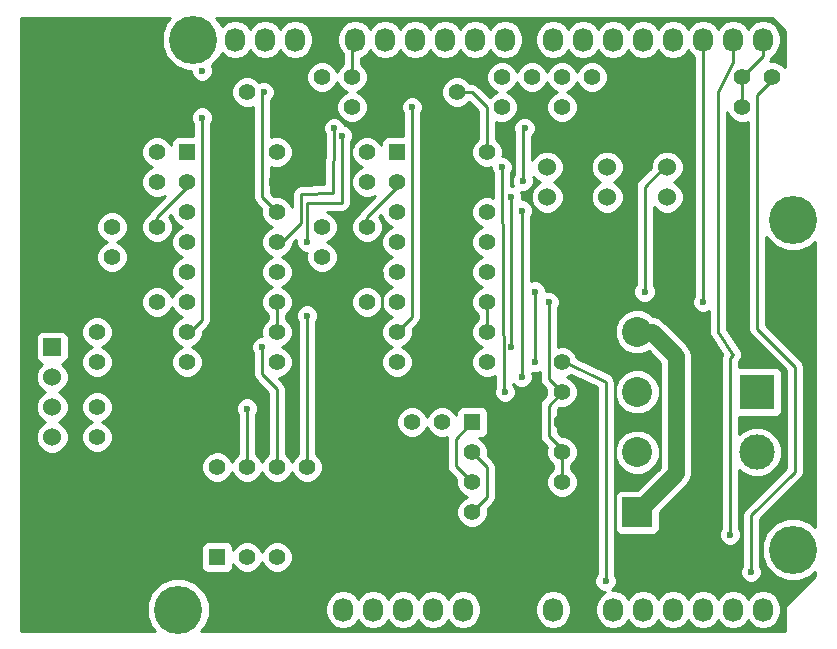
<source format=gbl>
G04 (created by PCBNEW (2013-june-11)-stable) date Sat 16 Jun 2018 15:36:09 EDT*
%MOIN*%
G04 Gerber Fmt 3.4, Leading zero omitted, Abs format*
%FSLAX34Y34*%
G01*
G70*
G90*
G04 APERTURE LIST*
%ADD10C,0.00393701*%
%ADD11O,0.068X0.08*%
%ADD12C,0.16*%
%ADD13C,0.055*%
%ADD14R,0.06X0.06*%
%ADD15C,0.06*%
%ADD16R,0.055X0.055*%
%ADD17R,0.1181X0.1181*%
%ADD18C,0.1181*%
%ADD19R,0.1X0.1*%
%ADD20C,0.1*%
%ADD21C,0.023622*%
%ADD22C,0.00984252*%
%ADD23C,0.0551181*%
%ADD24C,0.01*%
G04 APERTURE END LIST*
G54D10*
G54D11*
X54700Y-48750D03*
X55700Y-48750D03*
X56700Y-48750D03*
X57700Y-48750D03*
X58700Y-48750D03*
X59700Y-48750D03*
X60700Y-48750D03*
X61700Y-48750D03*
X63700Y-48750D03*
X64700Y-48750D03*
X65700Y-48750D03*
X66700Y-48750D03*
X67700Y-48750D03*
X68700Y-48750D03*
X51100Y-29750D03*
X52100Y-29750D03*
X53100Y-29750D03*
X54100Y-29750D03*
X55100Y-29750D03*
X56100Y-29750D03*
X57100Y-29750D03*
X58100Y-29750D03*
X59100Y-29750D03*
X60100Y-29750D03*
X61700Y-29750D03*
X62700Y-29750D03*
X63700Y-29750D03*
X64700Y-29750D03*
X65700Y-29750D03*
X66700Y-29750D03*
X67700Y-29750D03*
X68700Y-29750D03*
G54D12*
X49200Y-48750D03*
X69700Y-46750D03*
X49700Y-29750D03*
X69700Y-35750D03*
G54D13*
X46500Y-43000D03*
X46500Y-42000D03*
X46500Y-40500D03*
X46500Y-39500D03*
X62000Y-41500D03*
X62000Y-40500D03*
X57000Y-42500D03*
X58000Y-42500D03*
G54D14*
X45000Y-40000D03*
G54D15*
X45000Y-41000D03*
X45000Y-42000D03*
X45000Y-43000D03*
X45000Y-44000D03*
G54D14*
X65500Y-36000D03*
G54D15*
X65500Y-35000D03*
X65500Y-34000D03*
X65500Y-33000D03*
G54D14*
X63500Y-36000D03*
G54D15*
X63500Y-35000D03*
X63500Y-34000D03*
X63500Y-33000D03*
G54D14*
X61500Y-36000D03*
G54D15*
X61500Y-35000D03*
X61500Y-34000D03*
X61500Y-33000D03*
G54D16*
X59000Y-42500D03*
G54D13*
X59000Y-43500D03*
X59000Y-44500D03*
X59000Y-45500D03*
X62000Y-45500D03*
X62000Y-44500D03*
X62000Y-43500D03*
X62000Y-42500D03*
G54D16*
X50500Y-47000D03*
G54D13*
X51500Y-47000D03*
X52500Y-47000D03*
X53500Y-47000D03*
X53500Y-44000D03*
X52500Y-44000D03*
X51500Y-44000D03*
X50500Y-44000D03*
G54D16*
X56500Y-33500D03*
G54D13*
X56500Y-34500D03*
X56500Y-35500D03*
X56500Y-36500D03*
X56500Y-37500D03*
X56500Y-38500D03*
X56500Y-39500D03*
X56500Y-40500D03*
X59500Y-40500D03*
X59500Y-39500D03*
X59500Y-38500D03*
X59500Y-37500D03*
X59500Y-36500D03*
X59500Y-35500D03*
X59500Y-34500D03*
X59500Y-33500D03*
G54D16*
X49500Y-33500D03*
G54D13*
X49500Y-34500D03*
X49500Y-35500D03*
X49500Y-36500D03*
X49500Y-37500D03*
X49500Y-38500D03*
X49500Y-39500D03*
X49500Y-40500D03*
X52500Y-40500D03*
X52500Y-39500D03*
X52500Y-38500D03*
X52500Y-37500D03*
X52500Y-36500D03*
X52500Y-35500D03*
X52500Y-34500D03*
X52500Y-33500D03*
X48500Y-38500D03*
X48500Y-39500D03*
X51500Y-31500D03*
X50500Y-31500D03*
X47000Y-36000D03*
X47000Y-37000D03*
X48500Y-36000D03*
X48500Y-37000D03*
X55500Y-33500D03*
X55500Y-34500D03*
X55500Y-36000D03*
X55500Y-37000D03*
X54000Y-36000D03*
X54000Y-37000D03*
X55500Y-38500D03*
X55500Y-39500D03*
X58500Y-31500D03*
X57500Y-31500D03*
X48500Y-33500D03*
X48500Y-34500D03*
G54D17*
X68500Y-41500D03*
G54D18*
X68500Y-43500D03*
G54D19*
X64500Y-45511D03*
G54D20*
X64500Y-43503D03*
X64500Y-41496D03*
X64500Y-39488D03*
G54D13*
X60000Y-32000D03*
X60000Y-31000D03*
X61000Y-31000D03*
X61000Y-32000D03*
X62000Y-32000D03*
X62000Y-31000D03*
X63000Y-31000D03*
X63000Y-32000D03*
X55000Y-32000D03*
X55000Y-31000D03*
X54000Y-31000D03*
X54000Y-32000D03*
X69000Y-31000D03*
X68000Y-31000D03*
X68000Y-32000D03*
X68000Y-33000D03*
G54D21*
X50000Y-30800D03*
X63450Y-47800D03*
X67600Y-46250D03*
X66700Y-38500D03*
X61550Y-38500D03*
X57000Y-32000D03*
X52050Y-31500D03*
X50000Y-32350D03*
X60650Y-35450D03*
X60650Y-41000D03*
X68300Y-47500D03*
X53500Y-36500D03*
X54650Y-32950D03*
X60000Y-34000D03*
X60100Y-41500D03*
X60700Y-34450D03*
X60750Y-32700D03*
X54400Y-32700D03*
X60300Y-35000D03*
X60300Y-40000D03*
X53500Y-38950D03*
X51500Y-42050D03*
X52000Y-40000D03*
X61100Y-40500D03*
X61100Y-38150D03*
X64750Y-38150D03*
G54D22*
X62000Y-40500D02*
X62100Y-40500D01*
X63450Y-41150D02*
X63450Y-47800D01*
X62100Y-40500D02*
X63450Y-41150D01*
X58500Y-31500D02*
X59000Y-31500D01*
X59500Y-32000D02*
X59500Y-33500D01*
X59000Y-31500D02*
X59500Y-32000D01*
X68000Y-31000D02*
X68000Y-32000D01*
X68700Y-29750D02*
X68700Y-30300D01*
X68700Y-30300D02*
X68000Y-31000D01*
X67700Y-29750D02*
X67700Y-30500D01*
X67700Y-30500D02*
X67200Y-31500D01*
X67200Y-31500D02*
X67200Y-39500D01*
X67200Y-39500D02*
X67700Y-40250D01*
X67600Y-40350D02*
X67600Y-46250D01*
X67700Y-40250D02*
X67600Y-40350D01*
X55000Y-31000D02*
X55000Y-29850D01*
X55000Y-29850D02*
X55100Y-29750D01*
X66700Y-29750D02*
X66700Y-38500D01*
X62000Y-41500D02*
X61550Y-41050D01*
X61550Y-41050D02*
X61550Y-38500D01*
X59500Y-39500D02*
X59500Y-38500D01*
X52500Y-39500D02*
X52500Y-38500D01*
X62000Y-43500D02*
X62000Y-43400D01*
X61550Y-41950D02*
X62000Y-41500D01*
X61550Y-42950D02*
X61550Y-41950D01*
X62000Y-43400D02*
X61550Y-42950D01*
X62000Y-44500D02*
X62000Y-43500D01*
X55500Y-37000D02*
X56000Y-37500D01*
X56000Y-39000D02*
X55500Y-39500D01*
X56000Y-37500D02*
X56000Y-39000D01*
X59000Y-42500D02*
X58450Y-43050D01*
X58450Y-43950D02*
X59000Y-44500D01*
X58450Y-43050D02*
X58450Y-43950D01*
X59000Y-43500D02*
X59500Y-44000D01*
X59500Y-45000D02*
X59000Y-45500D01*
X59500Y-44000D02*
X59500Y-45000D01*
X57000Y-39000D02*
X56500Y-39500D01*
X57000Y-32000D02*
X57000Y-39000D01*
X52000Y-35000D02*
X52500Y-35500D01*
X52000Y-31550D02*
X52000Y-35000D01*
X52050Y-31500D02*
X52000Y-31550D01*
X50000Y-39100D02*
X50000Y-32350D01*
X49500Y-39500D02*
X49600Y-39500D01*
X49600Y-39500D02*
X50000Y-39100D01*
X60650Y-41000D02*
X60650Y-35450D01*
X69000Y-31100D02*
X68500Y-31600D01*
X68500Y-31600D02*
X68500Y-39400D01*
X68500Y-39400D02*
X69750Y-40650D01*
X69750Y-40650D02*
X69750Y-44150D01*
X69750Y-44150D02*
X68300Y-45600D01*
X68300Y-45600D02*
X68300Y-47500D01*
X69000Y-31000D02*
X69000Y-31100D01*
X54650Y-35200D02*
X53500Y-35200D01*
X53500Y-35200D02*
X53500Y-36500D01*
X54650Y-32950D02*
X54650Y-35200D01*
X60050Y-41450D02*
X60000Y-34000D01*
X60100Y-41500D02*
X60050Y-41450D01*
X56500Y-34500D02*
X56500Y-34650D01*
X55500Y-35650D02*
X55500Y-36000D01*
X56500Y-34650D02*
X55500Y-35650D01*
X52500Y-36500D02*
X52650Y-36500D01*
X60700Y-32750D02*
X60700Y-34450D01*
X60750Y-32700D02*
X60700Y-32750D01*
X53300Y-35850D02*
X53300Y-34900D01*
X53300Y-34900D02*
X54350Y-34850D01*
X54350Y-34850D02*
X54400Y-32700D01*
X52650Y-36500D02*
X53300Y-35850D01*
X60300Y-40000D02*
X60300Y-35000D01*
X49500Y-34500D02*
X49500Y-34650D01*
X48500Y-35650D02*
X48500Y-36000D01*
X49500Y-34650D02*
X48500Y-35650D01*
X53500Y-38950D02*
X53500Y-44000D01*
X51500Y-42050D02*
X51500Y-44000D01*
G54D23*
X64500Y-39488D02*
X64988Y-39488D01*
X65800Y-44211D02*
X64500Y-45511D01*
X65800Y-40300D02*
X65800Y-44211D01*
X64988Y-39488D02*
X65800Y-40300D01*
G54D22*
X52500Y-44000D02*
X52500Y-41400D01*
X52000Y-40900D02*
X52000Y-40000D01*
X52500Y-41400D02*
X52000Y-40900D01*
X65500Y-34000D02*
X65400Y-34000D01*
X61100Y-38150D02*
X61100Y-40500D01*
X64750Y-34650D02*
X64750Y-38150D01*
X65400Y-34000D02*
X64750Y-34650D01*
G54D10*
G36*
X70420Y-47634D02*
X69502Y-48552D01*
X69441Y-48643D01*
X69420Y-48750D01*
X69420Y-49470D01*
X69290Y-49470D01*
X69290Y-48822D01*
X69290Y-48677D01*
X69245Y-48451D01*
X69117Y-48260D01*
X68925Y-48132D01*
X68700Y-48087D01*
X68474Y-48132D01*
X68282Y-48260D01*
X68200Y-48384D01*
X68117Y-48260D01*
X67925Y-48132D01*
X67700Y-48087D01*
X67474Y-48132D01*
X67282Y-48260D01*
X67200Y-48384D01*
X67117Y-48260D01*
X66925Y-48132D01*
X66700Y-48087D01*
X66474Y-48132D01*
X66325Y-48231D01*
X66325Y-44211D01*
X66325Y-44211D01*
X66325Y-40300D01*
X66285Y-40098D01*
X66285Y-40098D01*
X66239Y-40030D01*
X66171Y-39928D01*
X66171Y-39928D01*
X66050Y-39806D01*
X66050Y-34891D01*
X65966Y-34688D01*
X65811Y-34534D01*
X65730Y-34500D01*
X65811Y-34466D01*
X65965Y-34311D01*
X66049Y-34109D01*
X66050Y-33891D01*
X65966Y-33688D01*
X65811Y-33534D01*
X65609Y-33450D01*
X65391Y-33449D01*
X65188Y-33533D01*
X65034Y-33688D01*
X64950Y-33890D01*
X64949Y-34026D01*
X64538Y-34438D01*
X64473Y-34535D01*
X64450Y-34650D01*
X64450Y-37928D01*
X64438Y-37941D01*
X64381Y-38076D01*
X64381Y-38222D01*
X64437Y-38358D01*
X64541Y-38461D01*
X64676Y-38518D01*
X64822Y-38518D01*
X64958Y-38462D01*
X65061Y-38358D01*
X65118Y-38223D01*
X65118Y-38077D01*
X65062Y-37941D01*
X65049Y-37928D01*
X65049Y-35326D01*
X65188Y-35465D01*
X65390Y-35549D01*
X65608Y-35550D01*
X65811Y-35466D01*
X65965Y-35311D01*
X66049Y-35109D01*
X66050Y-34891D01*
X66050Y-39806D01*
X65359Y-39116D01*
X65189Y-39002D01*
X65046Y-38974D01*
X64925Y-38852D01*
X64649Y-38738D01*
X64351Y-38738D01*
X64075Y-38851D01*
X64050Y-38877D01*
X64050Y-34891D01*
X63966Y-34688D01*
X63811Y-34534D01*
X63730Y-34500D01*
X63811Y-34466D01*
X63965Y-34311D01*
X64049Y-34109D01*
X64050Y-33891D01*
X63966Y-33688D01*
X63811Y-33534D01*
X63609Y-33450D01*
X63391Y-33449D01*
X63188Y-33533D01*
X63034Y-33688D01*
X62950Y-33890D01*
X62949Y-34108D01*
X63033Y-34311D01*
X63188Y-34465D01*
X63269Y-34499D01*
X63188Y-34533D01*
X63034Y-34688D01*
X62950Y-34890D01*
X62949Y-35108D01*
X63033Y-35311D01*
X63188Y-35465D01*
X63390Y-35549D01*
X63608Y-35550D01*
X63811Y-35466D01*
X63965Y-35311D01*
X64049Y-35109D01*
X64050Y-34891D01*
X64050Y-38877D01*
X63864Y-39062D01*
X63750Y-39338D01*
X63749Y-39636D01*
X63863Y-39912D01*
X64074Y-40123D01*
X64350Y-40238D01*
X64648Y-40238D01*
X64893Y-40137D01*
X65274Y-40517D01*
X65274Y-43994D01*
X65250Y-44018D01*
X65250Y-43355D01*
X65250Y-41347D01*
X65136Y-41071D01*
X64925Y-40860D01*
X64649Y-40746D01*
X64351Y-40745D01*
X64075Y-40859D01*
X63864Y-41070D01*
X63750Y-41346D01*
X63749Y-41644D01*
X63863Y-41920D01*
X64074Y-42131D01*
X64350Y-42245D01*
X64648Y-42246D01*
X64924Y-42132D01*
X65135Y-41921D01*
X65249Y-41645D01*
X65250Y-41347D01*
X65250Y-43355D01*
X65136Y-43079D01*
X64925Y-42868D01*
X64649Y-42754D01*
X64351Y-42753D01*
X64075Y-42867D01*
X63864Y-43078D01*
X63750Y-43354D01*
X63749Y-43652D01*
X63863Y-43928D01*
X64074Y-44139D01*
X64350Y-44253D01*
X64648Y-44254D01*
X64924Y-44140D01*
X65135Y-43929D01*
X65249Y-43653D01*
X65250Y-43355D01*
X65250Y-44018D01*
X64506Y-44761D01*
X63950Y-44761D01*
X63858Y-44799D01*
X63788Y-44870D01*
X63750Y-44961D01*
X63749Y-45061D01*
X63749Y-46061D01*
X63787Y-46153D01*
X63858Y-46223D01*
X63950Y-46261D01*
X64049Y-46261D01*
X65049Y-46261D01*
X65141Y-46223D01*
X65211Y-46153D01*
X65249Y-46061D01*
X65250Y-45962D01*
X65250Y-45505D01*
X66171Y-44583D01*
X66171Y-44583D01*
X66171Y-44583D01*
X66239Y-44481D01*
X66285Y-44412D01*
X66285Y-44412D01*
X66325Y-44211D01*
X66325Y-44211D01*
X66325Y-48231D01*
X66282Y-48260D01*
X66200Y-48384D01*
X66117Y-48260D01*
X65925Y-48132D01*
X65700Y-48087D01*
X65474Y-48132D01*
X65282Y-48260D01*
X65200Y-48384D01*
X65117Y-48260D01*
X64925Y-48132D01*
X64700Y-48087D01*
X64474Y-48132D01*
X64282Y-48260D01*
X64200Y-48384D01*
X64117Y-48260D01*
X63925Y-48132D01*
X63700Y-48087D01*
X63679Y-48091D01*
X63761Y-48008D01*
X63818Y-47873D01*
X63818Y-47727D01*
X63762Y-47591D01*
X63749Y-47578D01*
X63749Y-41150D01*
X63739Y-41103D01*
X63732Y-41050D01*
X63727Y-41043D01*
X63726Y-41035D01*
X63700Y-40997D01*
X63673Y-40950D01*
X63665Y-40944D01*
X63661Y-40938D01*
X63623Y-40913D01*
X63579Y-40880D01*
X62512Y-40366D01*
X62445Y-40203D01*
X62297Y-40055D01*
X62104Y-39975D01*
X61896Y-39974D01*
X61849Y-39994D01*
X61849Y-38721D01*
X61861Y-38708D01*
X61918Y-38573D01*
X61918Y-38427D01*
X61862Y-38291D01*
X61758Y-38188D01*
X61623Y-38131D01*
X61477Y-38131D01*
X61468Y-38135D01*
X61468Y-38077D01*
X61412Y-37941D01*
X61308Y-37838D01*
X61173Y-37781D01*
X61027Y-37781D01*
X60949Y-37814D01*
X60949Y-35671D01*
X60961Y-35658D01*
X61018Y-35523D01*
X61018Y-35377D01*
X60962Y-35241D01*
X60858Y-35138D01*
X60723Y-35081D01*
X60664Y-35081D01*
X60668Y-35073D01*
X60668Y-34927D01*
X60622Y-34816D01*
X60626Y-34818D01*
X60772Y-34818D01*
X60908Y-34762D01*
X61011Y-34658D01*
X61068Y-34523D01*
X61068Y-34377D01*
X61046Y-34323D01*
X61188Y-34465D01*
X61269Y-34499D01*
X61188Y-34533D01*
X61034Y-34688D01*
X60950Y-34890D01*
X60949Y-35108D01*
X61033Y-35311D01*
X61188Y-35465D01*
X61390Y-35549D01*
X61608Y-35550D01*
X61811Y-35466D01*
X61965Y-35311D01*
X62049Y-35109D01*
X62050Y-34891D01*
X61966Y-34688D01*
X61811Y-34534D01*
X61730Y-34500D01*
X61811Y-34466D01*
X61965Y-34311D01*
X62049Y-34109D01*
X62050Y-33891D01*
X61966Y-33688D01*
X61811Y-33534D01*
X61609Y-33450D01*
X61391Y-33449D01*
X61188Y-33533D01*
X61034Y-33688D01*
X60999Y-33771D01*
X60999Y-32971D01*
X61061Y-32908D01*
X61118Y-32773D01*
X61118Y-32627D01*
X61062Y-32491D01*
X60958Y-32388D01*
X60823Y-32331D01*
X60677Y-32331D01*
X60541Y-32387D01*
X60438Y-32491D01*
X60381Y-32626D01*
X60381Y-32772D01*
X60400Y-32818D01*
X60400Y-34228D01*
X60388Y-34241D01*
X60331Y-34376D01*
X60331Y-34522D01*
X60377Y-34633D01*
X60373Y-34631D01*
X60303Y-34631D01*
X60300Y-34219D01*
X60311Y-34208D01*
X60368Y-34073D01*
X60368Y-33927D01*
X60312Y-33791D01*
X60208Y-33688D01*
X60073Y-33631D01*
X60013Y-33631D01*
X60024Y-33604D01*
X60025Y-33396D01*
X59945Y-33203D01*
X59799Y-33056D01*
X59799Y-32485D01*
X59895Y-32524D01*
X60103Y-32525D01*
X60297Y-32445D01*
X60444Y-32297D01*
X60524Y-32104D01*
X60525Y-31896D01*
X60445Y-31703D01*
X60297Y-31555D01*
X60164Y-31499D01*
X60297Y-31445D01*
X60444Y-31297D01*
X60500Y-31164D01*
X60554Y-31297D01*
X60702Y-31444D01*
X60895Y-31524D01*
X61103Y-31525D01*
X61297Y-31445D01*
X61444Y-31297D01*
X61500Y-31164D01*
X61554Y-31297D01*
X61702Y-31444D01*
X61835Y-31500D01*
X61703Y-31554D01*
X61555Y-31702D01*
X61475Y-31895D01*
X61474Y-32103D01*
X61554Y-32297D01*
X61702Y-32444D01*
X61895Y-32524D01*
X62103Y-32525D01*
X62297Y-32445D01*
X62444Y-32297D01*
X62524Y-32104D01*
X62525Y-31896D01*
X62445Y-31703D01*
X62297Y-31555D01*
X62164Y-31499D01*
X62297Y-31445D01*
X62444Y-31297D01*
X62500Y-31164D01*
X62554Y-31297D01*
X62702Y-31444D01*
X62895Y-31524D01*
X63103Y-31525D01*
X63297Y-31445D01*
X63444Y-31297D01*
X63524Y-31104D01*
X63525Y-30896D01*
X63445Y-30703D01*
X63297Y-30555D01*
X63104Y-30475D01*
X62896Y-30474D01*
X62703Y-30554D01*
X62555Y-30702D01*
X62499Y-30835D01*
X62445Y-30703D01*
X62297Y-30555D01*
X62104Y-30475D01*
X61896Y-30474D01*
X61703Y-30554D01*
X61555Y-30702D01*
X61499Y-30835D01*
X61445Y-30703D01*
X61297Y-30555D01*
X61104Y-30475D01*
X60896Y-30474D01*
X60703Y-30554D01*
X60690Y-30567D01*
X60690Y-29822D01*
X60690Y-29677D01*
X60645Y-29451D01*
X60517Y-29260D01*
X60325Y-29132D01*
X60100Y-29087D01*
X59874Y-29132D01*
X59682Y-29260D01*
X59600Y-29384D01*
X59517Y-29260D01*
X59325Y-29132D01*
X59100Y-29087D01*
X58874Y-29132D01*
X58682Y-29260D01*
X58600Y-29384D01*
X58517Y-29260D01*
X58325Y-29132D01*
X58100Y-29087D01*
X57874Y-29132D01*
X57682Y-29260D01*
X57600Y-29384D01*
X57517Y-29260D01*
X57325Y-29132D01*
X57100Y-29087D01*
X56874Y-29132D01*
X56682Y-29260D01*
X56600Y-29384D01*
X56517Y-29260D01*
X56325Y-29132D01*
X56100Y-29087D01*
X55874Y-29132D01*
X55682Y-29260D01*
X55600Y-29384D01*
X55517Y-29260D01*
X55325Y-29132D01*
X55100Y-29087D01*
X54874Y-29132D01*
X54682Y-29260D01*
X54554Y-29451D01*
X54510Y-29677D01*
X54510Y-29822D01*
X54554Y-30048D01*
X54682Y-30239D01*
X54700Y-30251D01*
X54700Y-30556D01*
X54555Y-30702D01*
X54499Y-30835D01*
X54445Y-30703D01*
X54297Y-30555D01*
X54104Y-30475D01*
X53896Y-30474D01*
X53703Y-30554D01*
X53555Y-30702D01*
X53475Y-30895D01*
X53474Y-31103D01*
X53554Y-31297D01*
X53702Y-31444D01*
X53895Y-31524D01*
X54103Y-31525D01*
X54297Y-31445D01*
X54444Y-31297D01*
X54500Y-31164D01*
X54554Y-31297D01*
X54702Y-31444D01*
X54835Y-31500D01*
X54703Y-31554D01*
X54555Y-31702D01*
X54475Y-31895D01*
X54474Y-32103D01*
X54554Y-32297D01*
X54702Y-32444D01*
X54895Y-32524D01*
X55103Y-32525D01*
X55297Y-32445D01*
X55444Y-32297D01*
X55524Y-32104D01*
X55525Y-31896D01*
X55445Y-31703D01*
X55297Y-31555D01*
X55164Y-31499D01*
X55297Y-31445D01*
X55444Y-31297D01*
X55524Y-31104D01*
X55525Y-30896D01*
X55445Y-30703D01*
X55299Y-30556D01*
X55299Y-30373D01*
X55325Y-30367D01*
X55517Y-30239D01*
X55600Y-30115D01*
X55682Y-30239D01*
X55874Y-30367D01*
X56100Y-30412D01*
X56325Y-30367D01*
X56517Y-30239D01*
X56600Y-30115D01*
X56682Y-30239D01*
X56874Y-30367D01*
X57100Y-30412D01*
X57325Y-30367D01*
X57517Y-30239D01*
X57600Y-30115D01*
X57682Y-30239D01*
X57874Y-30367D01*
X58100Y-30412D01*
X58325Y-30367D01*
X58517Y-30239D01*
X58600Y-30115D01*
X58682Y-30239D01*
X58874Y-30367D01*
X59100Y-30412D01*
X59325Y-30367D01*
X59517Y-30239D01*
X59600Y-30115D01*
X59682Y-30239D01*
X59874Y-30367D01*
X60100Y-30412D01*
X60325Y-30367D01*
X60517Y-30239D01*
X60645Y-30048D01*
X60690Y-29822D01*
X60690Y-30567D01*
X60555Y-30702D01*
X60499Y-30835D01*
X60445Y-30703D01*
X60297Y-30555D01*
X60104Y-30475D01*
X59896Y-30474D01*
X59703Y-30554D01*
X59555Y-30702D01*
X59475Y-30895D01*
X59474Y-31103D01*
X59554Y-31297D01*
X59702Y-31444D01*
X59835Y-31500D01*
X59703Y-31554D01*
X59590Y-31667D01*
X59211Y-31288D01*
X59114Y-31223D01*
X59000Y-31200D01*
X58943Y-31200D01*
X58797Y-31055D01*
X58604Y-30975D01*
X58396Y-30974D01*
X58203Y-31054D01*
X58055Y-31202D01*
X57975Y-31395D01*
X57974Y-31603D01*
X58054Y-31797D01*
X58202Y-31944D01*
X58395Y-32024D01*
X58603Y-32025D01*
X58797Y-31945D01*
X58909Y-31832D01*
X59200Y-32123D01*
X59200Y-33056D01*
X59055Y-33202D01*
X58975Y-33395D01*
X58974Y-33603D01*
X59054Y-33797D01*
X59202Y-33944D01*
X59395Y-34024D01*
X59603Y-34025D01*
X59631Y-34013D01*
X59631Y-34072D01*
X59687Y-34208D01*
X59702Y-34222D01*
X59707Y-35017D01*
X59604Y-34975D01*
X59396Y-34974D01*
X59203Y-35054D01*
X59055Y-35202D01*
X58975Y-35395D01*
X58974Y-35603D01*
X59054Y-35797D01*
X59202Y-35944D01*
X59335Y-36000D01*
X59203Y-36054D01*
X59055Y-36202D01*
X58975Y-36395D01*
X58974Y-36603D01*
X59054Y-36797D01*
X59202Y-36944D01*
X59335Y-37000D01*
X59203Y-37054D01*
X59055Y-37202D01*
X58975Y-37395D01*
X58974Y-37603D01*
X59054Y-37797D01*
X59202Y-37944D01*
X59335Y-38000D01*
X59203Y-38054D01*
X59055Y-38202D01*
X58975Y-38395D01*
X58974Y-38603D01*
X59054Y-38797D01*
X59200Y-38943D01*
X59200Y-39056D01*
X59055Y-39202D01*
X58975Y-39395D01*
X58974Y-39603D01*
X59054Y-39797D01*
X59202Y-39944D01*
X59335Y-40000D01*
X59203Y-40054D01*
X59055Y-40202D01*
X58975Y-40395D01*
X58974Y-40603D01*
X59054Y-40797D01*
X59202Y-40944D01*
X59395Y-41024D01*
X59603Y-41025D01*
X59749Y-40964D01*
X59752Y-41377D01*
X59731Y-41426D01*
X59731Y-41572D01*
X59787Y-41708D01*
X59891Y-41811D01*
X60026Y-41868D01*
X60172Y-41868D01*
X60308Y-41812D01*
X60411Y-41708D01*
X60468Y-41573D01*
X60468Y-41427D01*
X60412Y-41291D01*
X60349Y-41229D01*
X60349Y-41220D01*
X60441Y-41311D01*
X60576Y-41368D01*
X60722Y-41368D01*
X60858Y-41312D01*
X60961Y-41208D01*
X61018Y-41073D01*
X61018Y-40927D01*
X60987Y-40851D01*
X61026Y-40868D01*
X61172Y-40868D01*
X61250Y-40835D01*
X61250Y-41050D01*
X61273Y-41164D01*
X61338Y-41261D01*
X61475Y-41398D01*
X61474Y-41601D01*
X61338Y-41738D01*
X61273Y-41835D01*
X61250Y-41950D01*
X61250Y-42950D01*
X61273Y-43064D01*
X61338Y-43161D01*
X61503Y-43326D01*
X61475Y-43395D01*
X61474Y-43603D01*
X61554Y-43797D01*
X61700Y-43943D01*
X61700Y-44056D01*
X61555Y-44202D01*
X61475Y-44395D01*
X61474Y-44603D01*
X61554Y-44797D01*
X61702Y-44944D01*
X61895Y-45024D01*
X62103Y-45025D01*
X62297Y-44945D01*
X62444Y-44797D01*
X62524Y-44604D01*
X62525Y-44396D01*
X62445Y-44203D01*
X62299Y-44056D01*
X62299Y-43943D01*
X62444Y-43797D01*
X62524Y-43604D01*
X62525Y-43396D01*
X62445Y-43203D01*
X62297Y-43055D01*
X62104Y-42975D01*
X61998Y-42974D01*
X61849Y-42826D01*
X61849Y-42073D01*
X61898Y-42024D01*
X62103Y-42025D01*
X62297Y-41945D01*
X62444Y-41797D01*
X62524Y-41604D01*
X62525Y-41396D01*
X62445Y-41203D01*
X62297Y-41055D01*
X62164Y-40999D01*
X62297Y-40945D01*
X62309Y-40932D01*
X63150Y-41337D01*
X63150Y-47578D01*
X63138Y-47591D01*
X63081Y-47726D01*
X63081Y-47872D01*
X63137Y-48008D01*
X63241Y-48111D01*
X63376Y-48168D01*
X63420Y-48168D01*
X63282Y-48260D01*
X63154Y-48451D01*
X63110Y-48677D01*
X63110Y-48822D01*
X63154Y-49048D01*
X63282Y-49239D01*
X63474Y-49367D01*
X63700Y-49412D01*
X63925Y-49367D01*
X64117Y-49239D01*
X64200Y-49115D01*
X64282Y-49239D01*
X64474Y-49367D01*
X64700Y-49412D01*
X64925Y-49367D01*
X65117Y-49239D01*
X65200Y-49115D01*
X65282Y-49239D01*
X65474Y-49367D01*
X65700Y-49412D01*
X65925Y-49367D01*
X66117Y-49239D01*
X66200Y-49115D01*
X66282Y-49239D01*
X66474Y-49367D01*
X66700Y-49412D01*
X66925Y-49367D01*
X67117Y-49239D01*
X67200Y-49115D01*
X67282Y-49239D01*
X67474Y-49367D01*
X67700Y-49412D01*
X67925Y-49367D01*
X68117Y-49239D01*
X68200Y-49115D01*
X68282Y-49239D01*
X68474Y-49367D01*
X68700Y-49412D01*
X68925Y-49367D01*
X69117Y-49239D01*
X69245Y-49048D01*
X69290Y-48822D01*
X69290Y-49470D01*
X62290Y-49470D01*
X62290Y-48822D01*
X62290Y-48677D01*
X62245Y-48451D01*
X62117Y-48260D01*
X61925Y-48132D01*
X61700Y-48087D01*
X61474Y-48132D01*
X61282Y-48260D01*
X61154Y-48451D01*
X61110Y-48677D01*
X61110Y-48822D01*
X61154Y-49048D01*
X61282Y-49239D01*
X61474Y-49367D01*
X61700Y-49412D01*
X61925Y-49367D01*
X62117Y-49239D01*
X62245Y-49048D01*
X62290Y-48822D01*
X62290Y-49470D01*
X59799Y-49470D01*
X59799Y-45000D01*
X59799Y-44000D01*
X59776Y-43885D01*
X59776Y-43885D01*
X59711Y-43788D01*
X59524Y-43601D01*
X59525Y-43396D01*
X59445Y-43203D01*
X59297Y-43055D01*
X59225Y-43025D01*
X59324Y-43025D01*
X59416Y-42987D01*
X59486Y-42916D01*
X59524Y-42824D01*
X59525Y-42725D01*
X59525Y-42175D01*
X59487Y-42083D01*
X59416Y-42013D01*
X59324Y-41975D01*
X59225Y-41974D01*
X58675Y-41974D01*
X58583Y-42012D01*
X58513Y-42083D01*
X58475Y-42175D01*
X58474Y-42274D01*
X58474Y-42274D01*
X58445Y-42203D01*
X58297Y-42055D01*
X58104Y-41975D01*
X57896Y-41974D01*
X57703Y-42054D01*
X57555Y-42202D01*
X57499Y-42335D01*
X57445Y-42203D01*
X57368Y-42125D01*
X57368Y-31927D01*
X57312Y-31791D01*
X57208Y-31688D01*
X57073Y-31631D01*
X56927Y-31631D01*
X56791Y-31687D01*
X56688Y-31791D01*
X56631Y-31926D01*
X56631Y-32072D01*
X56687Y-32208D01*
X56700Y-32221D01*
X56700Y-32974D01*
X56175Y-32974D01*
X56083Y-33012D01*
X56013Y-33083D01*
X55975Y-33175D01*
X55974Y-33274D01*
X55974Y-33274D01*
X55945Y-33203D01*
X55797Y-33055D01*
X55604Y-32975D01*
X55396Y-32974D01*
X55203Y-33054D01*
X55055Y-33202D01*
X55018Y-33291D01*
X55018Y-32877D01*
X54962Y-32741D01*
X54858Y-32638D01*
X54754Y-32594D01*
X54712Y-32491D01*
X54608Y-32388D01*
X54473Y-32331D01*
X54327Y-32331D01*
X54191Y-32387D01*
X54088Y-32491D01*
X54031Y-32626D01*
X54031Y-32772D01*
X54087Y-32908D01*
X54094Y-32915D01*
X54057Y-34564D01*
X53285Y-34601D01*
X53235Y-34613D01*
X53185Y-34623D01*
X53179Y-34627D01*
X53172Y-34629D01*
X53131Y-34659D01*
X53088Y-34688D01*
X53084Y-34694D01*
X53078Y-34698D01*
X53052Y-34742D01*
X53023Y-34785D01*
X53022Y-34792D01*
X53018Y-34798D01*
X53010Y-34849D01*
X53000Y-34900D01*
X53000Y-35337D01*
X52945Y-35203D01*
X52797Y-35055D01*
X52604Y-34975D01*
X52398Y-34974D01*
X52299Y-34876D01*
X52299Y-33985D01*
X52395Y-34024D01*
X52603Y-34025D01*
X52797Y-33945D01*
X52944Y-33797D01*
X53024Y-33604D01*
X53025Y-33396D01*
X52945Y-33203D01*
X52797Y-33055D01*
X52604Y-32975D01*
X52396Y-32974D01*
X52299Y-33014D01*
X52299Y-31771D01*
X52361Y-31708D01*
X52418Y-31573D01*
X52418Y-31427D01*
X52362Y-31291D01*
X52258Y-31188D01*
X52123Y-31131D01*
X51977Y-31131D01*
X51904Y-31161D01*
X51797Y-31055D01*
X51604Y-30975D01*
X51396Y-30974D01*
X51203Y-31054D01*
X51055Y-31202D01*
X50975Y-31395D01*
X50974Y-31603D01*
X51054Y-31797D01*
X51202Y-31944D01*
X51395Y-32024D01*
X51603Y-32025D01*
X51700Y-31985D01*
X51700Y-35000D01*
X51723Y-35114D01*
X51788Y-35211D01*
X51975Y-35398D01*
X51974Y-35603D01*
X52054Y-35797D01*
X52202Y-35944D01*
X52335Y-36000D01*
X52203Y-36054D01*
X52055Y-36202D01*
X51975Y-36395D01*
X51974Y-36603D01*
X52054Y-36797D01*
X52202Y-36944D01*
X52335Y-37000D01*
X52203Y-37054D01*
X52055Y-37202D01*
X51975Y-37395D01*
X51974Y-37603D01*
X52054Y-37797D01*
X52202Y-37944D01*
X52335Y-38000D01*
X52203Y-38054D01*
X52055Y-38202D01*
X51975Y-38395D01*
X51974Y-38603D01*
X52054Y-38797D01*
X52200Y-38943D01*
X52200Y-39056D01*
X52055Y-39202D01*
X51975Y-39395D01*
X51974Y-39603D01*
X51986Y-39631D01*
X51927Y-39631D01*
X51791Y-39687D01*
X51688Y-39791D01*
X51631Y-39926D01*
X51631Y-40072D01*
X51687Y-40208D01*
X51700Y-40221D01*
X51700Y-40900D01*
X51723Y-41014D01*
X51788Y-41111D01*
X52200Y-41523D01*
X52200Y-43556D01*
X52055Y-43702D01*
X51999Y-43835D01*
X51945Y-43703D01*
X51799Y-43556D01*
X51799Y-42271D01*
X51811Y-42258D01*
X51868Y-42123D01*
X51868Y-41977D01*
X51812Y-41841D01*
X51708Y-41738D01*
X51573Y-41681D01*
X51427Y-41681D01*
X51291Y-41737D01*
X51188Y-41841D01*
X51131Y-41976D01*
X51131Y-42122D01*
X51187Y-42258D01*
X51200Y-42271D01*
X51200Y-43556D01*
X51055Y-43702D01*
X50999Y-43835D01*
X50945Y-43703D01*
X50797Y-43555D01*
X50604Y-43475D01*
X50396Y-43474D01*
X50368Y-43486D01*
X50368Y-32277D01*
X50312Y-32141D01*
X50208Y-32038D01*
X50073Y-31981D01*
X49927Y-31981D01*
X49791Y-32037D01*
X49688Y-32141D01*
X49631Y-32276D01*
X49631Y-32422D01*
X49687Y-32558D01*
X49700Y-32571D01*
X49700Y-32974D01*
X49175Y-32974D01*
X49083Y-33012D01*
X49013Y-33083D01*
X48975Y-33175D01*
X48974Y-33274D01*
X48974Y-33274D01*
X48945Y-33203D01*
X48797Y-33055D01*
X48604Y-32975D01*
X48396Y-32974D01*
X48203Y-33054D01*
X48055Y-33202D01*
X47975Y-33395D01*
X47974Y-33603D01*
X48054Y-33797D01*
X48202Y-33944D01*
X48335Y-34000D01*
X48203Y-34054D01*
X48055Y-34202D01*
X47975Y-34395D01*
X47974Y-34603D01*
X48054Y-34797D01*
X48202Y-34944D01*
X48395Y-35024D01*
X48603Y-35025D01*
X48770Y-34956D01*
X48288Y-35438D01*
X48223Y-35535D01*
X48221Y-35547D01*
X48203Y-35554D01*
X48055Y-35702D01*
X47975Y-35895D01*
X47974Y-36103D01*
X48054Y-36297D01*
X48202Y-36444D01*
X48395Y-36524D01*
X48603Y-36525D01*
X48797Y-36445D01*
X48944Y-36297D01*
X49024Y-36104D01*
X49025Y-35896D01*
X48945Y-35703D01*
X48907Y-35665D01*
X48974Y-35598D01*
X48974Y-35603D01*
X49054Y-35797D01*
X49202Y-35944D01*
X49335Y-36000D01*
X49203Y-36054D01*
X49055Y-36202D01*
X48975Y-36395D01*
X48974Y-36603D01*
X49054Y-36797D01*
X49202Y-36944D01*
X49335Y-37000D01*
X49203Y-37054D01*
X49055Y-37202D01*
X48975Y-37395D01*
X48974Y-37603D01*
X49054Y-37797D01*
X49202Y-37944D01*
X49335Y-38000D01*
X49203Y-38054D01*
X49055Y-38202D01*
X48999Y-38335D01*
X48945Y-38203D01*
X48797Y-38055D01*
X48604Y-37975D01*
X48396Y-37974D01*
X48203Y-38054D01*
X48055Y-38202D01*
X47975Y-38395D01*
X47974Y-38603D01*
X48054Y-38797D01*
X48202Y-38944D01*
X48395Y-39024D01*
X48603Y-39025D01*
X48797Y-38945D01*
X48944Y-38797D01*
X49000Y-38664D01*
X49054Y-38797D01*
X49202Y-38944D01*
X49335Y-39000D01*
X49203Y-39054D01*
X49055Y-39202D01*
X48975Y-39395D01*
X48974Y-39603D01*
X49054Y-39797D01*
X49202Y-39944D01*
X49335Y-40000D01*
X49203Y-40054D01*
X49055Y-40202D01*
X48975Y-40395D01*
X48974Y-40603D01*
X49054Y-40797D01*
X49202Y-40944D01*
X49395Y-41024D01*
X49603Y-41025D01*
X49797Y-40945D01*
X49944Y-40797D01*
X50024Y-40604D01*
X50025Y-40396D01*
X49945Y-40203D01*
X49797Y-40055D01*
X49664Y-39999D01*
X49797Y-39945D01*
X49944Y-39797D01*
X50024Y-39604D01*
X50025Y-39498D01*
X50211Y-39311D01*
X50211Y-39311D01*
X50211Y-39311D01*
X50276Y-39214D01*
X50276Y-39214D01*
X50299Y-39100D01*
X50299Y-39100D01*
X50299Y-32571D01*
X50311Y-32558D01*
X50368Y-32423D01*
X50368Y-32277D01*
X50368Y-43486D01*
X50203Y-43554D01*
X50055Y-43702D01*
X49975Y-43895D01*
X49974Y-44103D01*
X50054Y-44297D01*
X50202Y-44444D01*
X50395Y-44524D01*
X50603Y-44525D01*
X50797Y-44445D01*
X50944Y-44297D01*
X51000Y-44164D01*
X51054Y-44297D01*
X51202Y-44444D01*
X51395Y-44524D01*
X51603Y-44525D01*
X51797Y-44445D01*
X51944Y-44297D01*
X52000Y-44164D01*
X52054Y-44297D01*
X52202Y-44444D01*
X52395Y-44524D01*
X52603Y-44525D01*
X52797Y-44445D01*
X52944Y-44297D01*
X53000Y-44164D01*
X53054Y-44297D01*
X53202Y-44444D01*
X53395Y-44524D01*
X53603Y-44525D01*
X53797Y-44445D01*
X53944Y-44297D01*
X54024Y-44104D01*
X54025Y-43896D01*
X53945Y-43703D01*
X53799Y-43556D01*
X53799Y-39171D01*
X53811Y-39158D01*
X53868Y-39023D01*
X53868Y-38877D01*
X53812Y-38741D01*
X53708Y-38638D01*
X53573Y-38581D01*
X53427Y-38581D01*
X53291Y-38637D01*
X53188Y-38741D01*
X53131Y-38876D01*
X53131Y-39022D01*
X53187Y-39158D01*
X53200Y-39171D01*
X53200Y-43556D01*
X53055Y-43702D01*
X52999Y-43835D01*
X52945Y-43703D01*
X52799Y-43556D01*
X52799Y-41400D01*
X52776Y-41285D01*
X52776Y-41285D01*
X52711Y-41188D01*
X52548Y-41025D01*
X52603Y-41025D01*
X52797Y-40945D01*
X52944Y-40797D01*
X53024Y-40604D01*
X53025Y-40396D01*
X52945Y-40203D01*
X52797Y-40055D01*
X52664Y-39999D01*
X52797Y-39945D01*
X52944Y-39797D01*
X53024Y-39604D01*
X53025Y-39396D01*
X52945Y-39203D01*
X52799Y-39056D01*
X52799Y-38943D01*
X52944Y-38797D01*
X53024Y-38604D01*
X53025Y-38396D01*
X52945Y-38203D01*
X52797Y-38055D01*
X52664Y-37999D01*
X52797Y-37945D01*
X52944Y-37797D01*
X53024Y-37604D01*
X53025Y-37396D01*
X52945Y-37203D01*
X52797Y-37055D01*
X52664Y-36999D01*
X52797Y-36945D01*
X52944Y-36797D01*
X53024Y-36604D01*
X53024Y-36548D01*
X53131Y-36441D01*
X53131Y-36572D01*
X53187Y-36708D01*
X53291Y-36811D01*
X53426Y-36868D01*
X53486Y-36868D01*
X53475Y-36895D01*
X53474Y-37103D01*
X53554Y-37297D01*
X53702Y-37444D01*
X53895Y-37524D01*
X54103Y-37525D01*
X54297Y-37445D01*
X54444Y-37297D01*
X54524Y-37104D01*
X54525Y-36896D01*
X54445Y-36703D01*
X54297Y-36555D01*
X54164Y-36499D01*
X54297Y-36445D01*
X54444Y-36297D01*
X54524Y-36104D01*
X54525Y-35896D01*
X54445Y-35703D01*
X54297Y-35555D01*
X54162Y-35499D01*
X54650Y-35499D01*
X54764Y-35476D01*
X54861Y-35411D01*
X54926Y-35314D01*
X54949Y-35200D01*
X54949Y-33171D01*
X54961Y-33158D01*
X55018Y-33023D01*
X55018Y-32877D01*
X55018Y-33291D01*
X54975Y-33395D01*
X54974Y-33603D01*
X55054Y-33797D01*
X55202Y-33944D01*
X55335Y-34000D01*
X55203Y-34054D01*
X55055Y-34202D01*
X54975Y-34395D01*
X54974Y-34603D01*
X55054Y-34797D01*
X55202Y-34944D01*
X55395Y-35024D01*
X55603Y-35025D01*
X55770Y-34956D01*
X55288Y-35438D01*
X55223Y-35535D01*
X55221Y-35547D01*
X55203Y-35554D01*
X55055Y-35702D01*
X54975Y-35895D01*
X54974Y-36103D01*
X55054Y-36297D01*
X55202Y-36444D01*
X55395Y-36524D01*
X55603Y-36525D01*
X55797Y-36445D01*
X55944Y-36297D01*
X56024Y-36104D01*
X56025Y-35896D01*
X55945Y-35703D01*
X55907Y-35665D01*
X55974Y-35598D01*
X55974Y-35603D01*
X56054Y-35797D01*
X56202Y-35944D01*
X56335Y-36000D01*
X56203Y-36054D01*
X56055Y-36202D01*
X55975Y-36395D01*
X55974Y-36603D01*
X56054Y-36797D01*
X56202Y-36944D01*
X56335Y-37000D01*
X56203Y-37054D01*
X56055Y-37202D01*
X55975Y-37395D01*
X55974Y-37603D01*
X56054Y-37797D01*
X56202Y-37944D01*
X56335Y-38000D01*
X56203Y-38054D01*
X56055Y-38202D01*
X55999Y-38335D01*
X55945Y-38203D01*
X55797Y-38055D01*
X55604Y-37975D01*
X55396Y-37974D01*
X55203Y-38054D01*
X55055Y-38202D01*
X54975Y-38395D01*
X54974Y-38603D01*
X55054Y-38797D01*
X55202Y-38944D01*
X55395Y-39024D01*
X55603Y-39025D01*
X55797Y-38945D01*
X55944Y-38797D01*
X56000Y-38664D01*
X56054Y-38797D01*
X56202Y-38944D01*
X56335Y-39000D01*
X56203Y-39054D01*
X56055Y-39202D01*
X55975Y-39395D01*
X55974Y-39603D01*
X56054Y-39797D01*
X56202Y-39944D01*
X56335Y-40000D01*
X56203Y-40054D01*
X56055Y-40202D01*
X55975Y-40395D01*
X55974Y-40603D01*
X56054Y-40797D01*
X56202Y-40944D01*
X56395Y-41024D01*
X56603Y-41025D01*
X56797Y-40945D01*
X56944Y-40797D01*
X57024Y-40604D01*
X57025Y-40396D01*
X56945Y-40203D01*
X56797Y-40055D01*
X56664Y-39999D01*
X56797Y-39945D01*
X56944Y-39797D01*
X57024Y-39604D01*
X57025Y-39398D01*
X57211Y-39211D01*
X57276Y-39114D01*
X57276Y-39114D01*
X57299Y-39000D01*
X57299Y-32221D01*
X57311Y-32208D01*
X57368Y-32073D01*
X57368Y-31927D01*
X57368Y-42125D01*
X57297Y-42055D01*
X57104Y-41975D01*
X56896Y-41974D01*
X56703Y-42054D01*
X56555Y-42202D01*
X56475Y-42395D01*
X56474Y-42603D01*
X56554Y-42797D01*
X56702Y-42944D01*
X56895Y-43024D01*
X57103Y-43025D01*
X57297Y-42945D01*
X57444Y-42797D01*
X57500Y-42664D01*
X57554Y-42797D01*
X57702Y-42944D01*
X57895Y-43024D01*
X58103Y-43025D01*
X58160Y-43001D01*
X58150Y-43050D01*
X58150Y-43950D01*
X58173Y-44064D01*
X58238Y-44161D01*
X58475Y-44398D01*
X58474Y-44603D01*
X58554Y-44797D01*
X58702Y-44944D01*
X58835Y-45000D01*
X58703Y-45054D01*
X58555Y-45202D01*
X58475Y-45395D01*
X58474Y-45603D01*
X58554Y-45797D01*
X58702Y-45944D01*
X58895Y-46024D01*
X59103Y-46025D01*
X59297Y-45945D01*
X59444Y-45797D01*
X59524Y-45604D01*
X59525Y-45398D01*
X59711Y-45211D01*
X59776Y-45114D01*
X59776Y-45114D01*
X59799Y-45000D01*
X59799Y-49470D01*
X59290Y-49470D01*
X59290Y-48822D01*
X59290Y-48677D01*
X59245Y-48451D01*
X59117Y-48260D01*
X58925Y-48132D01*
X58700Y-48087D01*
X58474Y-48132D01*
X58282Y-48260D01*
X58200Y-48384D01*
X58117Y-48260D01*
X57925Y-48132D01*
X57700Y-48087D01*
X57474Y-48132D01*
X57282Y-48260D01*
X57200Y-48384D01*
X57117Y-48260D01*
X56925Y-48132D01*
X56700Y-48087D01*
X56474Y-48132D01*
X56282Y-48260D01*
X56200Y-48384D01*
X56117Y-48260D01*
X55925Y-48132D01*
X55700Y-48087D01*
X55474Y-48132D01*
X55282Y-48260D01*
X55200Y-48384D01*
X55117Y-48260D01*
X54925Y-48132D01*
X54700Y-48087D01*
X54474Y-48132D01*
X54282Y-48260D01*
X54154Y-48451D01*
X54110Y-48677D01*
X54110Y-48822D01*
X54154Y-49048D01*
X54282Y-49239D01*
X54474Y-49367D01*
X54700Y-49412D01*
X54925Y-49367D01*
X55117Y-49239D01*
X55200Y-49115D01*
X55282Y-49239D01*
X55474Y-49367D01*
X55700Y-49412D01*
X55925Y-49367D01*
X56117Y-49239D01*
X56200Y-49115D01*
X56282Y-49239D01*
X56474Y-49367D01*
X56700Y-49412D01*
X56925Y-49367D01*
X57117Y-49239D01*
X57200Y-49115D01*
X57282Y-49239D01*
X57474Y-49367D01*
X57700Y-49412D01*
X57925Y-49367D01*
X58117Y-49239D01*
X58200Y-49115D01*
X58282Y-49239D01*
X58474Y-49367D01*
X58700Y-49412D01*
X58925Y-49367D01*
X59117Y-49239D01*
X59245Y-49048D01*
X59290Y-48822D01*
X59290Y-49470D01*
X53025Y-49470D01*
X53025Y-46896D01*
X52945Y-46703D01*
X52797Y-46555D01*
X52604Y-46475D01*
X52396Y-46474D01*
X52203Y-46554D01*
X52055Y-46702D01*
X51999Y-46835D01*
X51945Y-46703D01*
X51797Y-46555D01*
X51604Y-46475D01*
X51396Y-46474D01*
X51203Y-46554D01*
X51055Y-46702D01*
X51025Y-46774D01*
X51025Y-46675D01*
X50987Y-46583D01*
X50916Y-46513D01*
X50824Y-46475D01*
X50725Y-46474D01*
X50175Y-46474D01*
X50083Y-46512D01*
X50013Y-46583D01*
X49975Y-46675D01*
X49974Y-46774D01*
X49974Y-47324D01*
X50012Y-47416D01*
X50083Y-47486D01*
X50175Y-47524D01*
X50274Y-47525D01*
X50824Y-47525D01*
X50916Y-47487D01*
X50986Y-47416D01*
X51024Y-47324D01*
X51025Y-47225D01*
X51025Y-47225D01*
X51054Y-47297D01*
X51202Y-47444D01*
X51395Y-47524D01*
X51603Y-47525D01*
X51797Y-47445D01*
X51944Y-47297D01*
X52000Y-47164D01*
X52054Y-47297D01*
X52202Y-47444D01*
X52395Y-47524D01*
X52603Y-47525D01*
X52797Y-47445D01*
X52944Y-47297D01*
X53024Y-47104D01*
X53025Y-46896D01*
X53025Y-49470D01*
X49964Y-49470D01*
X50089Y-49345D01*
X50249Y-48959D01*
X50250Y-48542D01*
X50090Y-48156D01*
X49795Y-47860D01*
X49409Y-47700D01*
X48992Y-47699D01*
X48606Y-47859D01*
X48310Y-48154D01*
X48150Y-48540D01*
X48149Y-48957D01*
X48309Y-49344D01*
X48435Y-49470D01*
X47525Y-49470D01*
X47525Y-36896D01*
X47445Y-36703D01*
X47297Y-36555D01*
X47164Y-36499D01*
X47297Y-36445D01*
X47444Y-36297D01*
X47524Y-36104D01*
X47525Y-35896D01*
X47445Y-35703D01*
X47297Y-35555D01*
X47104Y-35475D01*
X46896Y-35474D01*
X46703Y-35554D01*
X46555Y-35702D01*
X46475Y-35895D01*
X46474Y-36103D01*
X46554Y-36297D01*
X46702Y-36444D01*
X46835Y-36500D01*
X46703Y-36554D01*
X46555Y-36702D01*
X46475Y-36895D01*
X46474Y-37103D01*
X46554Y-37297D01*
X46702Y-37444D01*
X46895Y-37524D01*
X47103Y-37525D01*
X47297Y-37445D01*
X47444Y-37297D01*
X47524Y-37104D01*
X47525Y-36896D01*
X47525Y-49470D01*
X47025Y-49470D01*
X47025Y-42896D01*
X46945Y-42703D01*
X46797Y-42555D01*
X46664Y-42499D01*
X46797Y-42445D01*
X46944Y-42297D01*
X47024Y-42104D01*
X47025Y-41896D01*
X47025Y-40396D01*
X46945Y-40203D01*
X46797Y-40055D01*
X46664Y-39999D01*
X46797Y-39945D01*
X46944Y-39797D01*
X47024Y-39604D01*
X47025Y-39396D01*
X46945Y-39203D01*
X46797Y-39055D01*
X46604Y-38975D01*
X46396Y-38974D01*
X46203Y-39054D01*
X46055Y-39202D01*
X45975Y-39395D01*
X45974Y-39603D01*
X46054Y-39797D01*
X46202Y-39944D01*
X46335Y-40000D01*
X46203Y-40054D01*
X46055Y-40202D01*
X45975Y-40395D01*
X45974Y-40603D01*
X46054Y-40797D01*
X46202Y-40944D01*
X46395Y-41024D01*
X46603Y-41025D01*
X46797Y-40945D01*
X46944Y-40797D01*
X47024Y-40604D01*
X47025Y-40396D01*
X47025Y-41896D01*
X46945Y-41703D01*
X46797Y-41555D01*
X46604Y-41475D01*
X46396Y-41474D01*
X46203Y-41554D01*
X46055Y-41702D01*
X45975Y-41895D01*
X45974Y-42103D01*
X46054Y-42297D01*
X46202Y-42444D01*
X46335Y-42500D01*
X46203Y-42554D01*
X46055Y-42702D01*
X45975Y-42895D01*
X45974Y-43103D01*
X46054Y-43297D01*
X46202Y-43444D01*
X46395Y-43524D01*
X46603Y-43525D01*
X46797Y-43445D01*
X46944Y-43297D01*
X47024Y-43104D01*
X47025Y-42896D01*
X47025Y-49470D01*
X45550Y-49470D01*
X45550Y-42891D01*
X45466Y-42688D01*
X45311Y-42534D01*
X45230Y-42500D01*
X45311Y-42466D01*
X45465Y-42311D01*
X45549Y-42109D01*
X45550Y-41891D01*
X45466Y-41688D01*
X45311Y-41534D01*
X45230Y-41500D01*
X45311Y-41466D01*
X45465Y-41311D01*
X45549Y-41109D01*
X45550Y-40891D01*
X45466Y-40688D01*
X45327Y-40550D01*
X45349Y-40550D01*
X45441Y-40512D01*
X45511Y-40441D01*
X45549Y-40349D01*
X45550Y-40250D01*
X45550Y-39650D01*
X45512Y-39558D01*
X45441Y-39488D01*
X45349Y-39450D01*
X45250Y-39449D01*
X44650Y-39449D01*
X44558Y-39487D01*
X44488Y-39558D01*
X44450Y-39650D01*
X44449Y-39749D01*
X44449Y-40349D01*
X44487Y-40441D01*
X44558Y-40511D01*
X44650Y-40549D01*
X44672Y-40549D01*
X44534Y-40688D01*
X44450Y-40890D01*
X44449Y-41108D01*
X44533Y-41311D01*
X44688Y-41465D01*
X44769Y-41499D01*
X44688Y-41533D01*
X44534Y-41688D01*
X44450Y-41890D01*
X44449Y-42108D01*
X44533Y-42311D01*
X44688Y-42465D01*
X44769Y-42499D01*
X44688Y-42533D01*
X44534Y-42688D01*
X44450Y-42890D01*
X44449Y-43108D01*
X44533Y-43311D01*
X44688Y-43465D01*
X44890Y-43549D01*
X45108Y-43550D01*
X45311Y-43466D01*
X45465Y-43311D01*
X45549Y-43109D01*
X45550Y-42891D01*
X45550Y-49470D01*
X43979Y-49470D01*
X43979Y-29029D01*
X48935Y-29029D01*
X48810Y-29154D01*
X48650Y-29540D01*
X48649Y-29957D01*
X48809Y-30344D01*
X49104Y-30639D01*
X49490Y-30799D01*
X49631Y-30799D01*
X49631Y-30872D01*
X49687Y-31008D01*
X49791Y-31111D01*
X49926Y-31168D01*
X50072Y-31168D01*
X50208Y-31112D01*
X50311Y-31008D01*
X50368Y-30873D01*
X50368Y-30727D01*
X50321Y-30613D01*
X50589Y-30345D01*
X50652Y-30194D01*
X50682Y-30239D01*
X50874Y-30367D01*
X51100Y-30412D01*
X51325Y-30367D01*
X51517Y-30239D01*
X51600Y-30115D01*
X51682Y-30239D01*
X51874Y-30367D01*
X52100Y-30412D01*
X52325Y-30367D01*
X52517Y-30239D01*
X52600Y-30115D01*
X52682Y-30239D01*
X52874Y-30367D01*
X53100Y-30412D01*
X53325Y-30367D01*
X53517Y-30239D01*
X53645Y-30048D01*
X53690Y-29822D01*
X53690Y-29677D01*
X53645Y-29451D01*
X53517Y-29260D01*
X53325Y-29132D01*
X53100Y-29087D01*
X52874Y-29132D01*
X52682Y-29260D01*
X52600Y-29384D01*
X52517Y-29260D01*
X52325Y-29132D01*
X52100Y-29087D01*
X51874Y-29132D01*
X51682Y-29260D01*
X51600Y-29384D01*
X51517Y-29260D01*
X51325Y-29132D01*
X51100Y-29087D01*
X50874Y-29132D01*
X50682Y-29260D01*
X50652Y-29305D01*
X50590Y-29156D01*
X50464Y-29029D01*
X68984Y-29029D01*
X69420Y-29465D01*
X69420Y-30678D01*
X69297Y-30555D01*
X69104Y-30475D01*
X68936Y-30474D01*
X68954Y-30446D01*
X68976Y-30414D01*
X68976Y-30414D01*
X68994Y-30321D01*
X69117Y-30239D01*
X69245Y-30048D01*
X69290Y-29822D01*
X69290Y-29677D01*
X69245Y-29451D01*
X69117Y-29260D01*
X68925Y-29132D01*
X68700Y-29087D01*
X68474Y-29132D01*
X68282Y-29260D01*
X68200Y-29384D01*
X68117Y-29260D01*
X67925Y-29132D01*
X67700Y-29087D01*
X67474Y-29132D01*
X67282Y-29260D01*
X67200Y-29384D01*
X67117Y-29260D01*
X66925Y-29132D01*
X66700Y-29087D01*
X66474Y-29132D01*
X66282Y-29260D01*
X66200Y-29384D01*
X66117Y-29260D01*
X65925Y-29132D01*
X65700Y-29087D01*
X65474Y-29132D01*
X65282Y-29260D01*
X65200Y-29384D01*
X65117Y-29260D01*
X64925Y-29132D01*
X64700Y-29087D01*
X64474Y-29132D01*
X64282Y-29260D01*
X64200Y-29384D01*
X64117Y-29260D01*
X63925Y-29132D01*
X63700Y-29087D01*
X63474Y-29132D01*
X63282Y-29260D01*
X63200Y-29384D01*
X63117Y-29260D01*
X62925Y-29132D01*
X62700Y-29087D01*
X62474Y-29132D01*
X62282Y-29260D01*
X62200Y-29384D01*
X62117Y-29260D01*
X61925Y-29132D01*
X61700Y-29087D01*
X61474Y-29132D01*
X61282Y-29260D01*
X61154Y-29451D01*
X61110Y-29677D01*
X61110Y-29822D01*
X61154Y-30048D01*
X61282Y-30239D01*
X61474Y-30367D01*
X61700Y-30412D01*
X61925Y-30367D01*
X62117Y-30239D01*
X62200Y-30115D01*
X62282Y-30239D01*
X62474Y-30367D01*
X62700Y-30412D01*
X62925Y-30367D01*
X63117Y-30239D01*
X63200Y-30115D01*
X63282Y-30239D01*
X63474Y-30367D01*
X63700Y-30412D01*
X63925Y-30367D01*
X64117Y-30239D01*
X64200Y-30115D01*
X64282Y-30239D01*
X64474Y-30367D01*
X64700Y-30412D01*
X64925Y-30367D01*
X65117Y-30239D01*
X65200Y-30115D01*
X65282Y-30239D01*
X65474Y-30367D01*
X65700Y-30412D01*
X65925Y-30367D01*
X66117Y-30239D01*
X66200Y-30115D01*
X66282Y-30239D01*
X66400Y-30318D01*
X66400Y-38278D01*
X66388Y-38291D01*
X66331Y-38426D01*
X66331Y-38572D01*
X66387Y-38708D01*
X66491Y-38811D01*
X66626Y-38868D01*
X66772Y-38868D01*
X66900Y-38815D01*
X66900Y-39500D01*
X66906Y-39528D01*
X66906Y-39558D01*
X66917Y-39585D01*
X66923Y-39614D01*
X66939Y-39638D01*
X66951Y-39666D01*
X67327Y-40230D01*
X67323Y-40235D01*
X67300Y-40350D01*
X67300Y-46028D01*
X67288Y-46041D01*
X67231Y-46176D01*
X67231Y-46322D01*
X67287Y-46458D01*
X67391Y-46561D01*
X67526Y-46618D01*
X67672Y-46618D01*
X67808Y-46562D01*
X67911Y-46458D01*
X67968Y-46323D01*
X67968Y-46177D01*
X67912Y-46041D01*
X67899Y-46028D01*
X67899Y-44087D01*
X68023Y-44212D01*
X68332Y-44340D01*
X68666Y-44340D01*
X68975Y-44212D01*
X69212Y-43976D01*
X69340Y-43667D01*
X69340Y-43333D01*
X69212Y-43024D01*
X68976Y-42787D01*
X68667Y-42659D01*
X68333Y-42659D01*
X68024Y-42787D01*
X67899Y-42912D01*
X67899Y-42340D01*
X67959Y-42340D01*
X69140Y-42340D01*
X69231Y-42302D01*
X69302Y-42232D01*
X69340Y-42140D01*
X69340Y-42040D01*
X69340Y-40859D01*
X69302Y-40768D01*
X69232Y-40697D01*
X69140Y-40659D01*
X69040Y-40659D01*
X67899Y-40659D01*
X67899Y-40473D01*
X67911Y-40461D01*
X67927Y-40437D01*
X67948Y-40416D01*
X67960Y-40388D01*
X67976Y-40364D01*
X67982Y-40336D01*
X67993Y-40308D01*
X67993Y-40278D01*
X67999Y-40250D01*
X67993Y-40221D01*
X67993Y-40191D01*
X67982Y-40163D01*
X67976Y-40135D01*
X67960Y-40111D01*
X67949Y-40083D01*
X67499Y-39409D01*
X67499Y-32162D01*
X67554Y-32297D01*
X67702Y-32444D01*
X67895Y-32524D01*
X68103Y-32525D01*
X68200Y-32485D01*
X68200Y-39400D01*
X68223Y-39514D01*
X68288Y-39611D01*
X69450Y-40773D01*
X69450Y-44026D01*
X68088Y-45388D01*
X68023Y-45485D01*
X68000Y-45600D01*
X68000Y-47278D01*
X67988Y-47291D01*
X67931Y-47426D01*
X67931Y-47572D01*
X67987Y-47708D01*
X68091Y-47811D01*
X68226Y-47868D01*
X68372Y-47868D01*
X68508Y-47812D01*
X68611Y-47708D01*
X68668Y-47573D01*
X68668Y-47427D01*
X68612Y-47291D01*
X68599Y-47278D01*
X68599Y-45723D01*
X69961Y-44361D01*
X69961Y-44361D01*
X70004Y-44296D01*
X70026Y-44264D01*
X70026Y-44264D01*
X70049Y-44150D01*
X70049Y-44150D01*
X70049Y-40650D01*
X70026Y-40535D01*
X69961Y-40438D01*
X68799Y-39276D01*
X68799Y-36319D01*
X68809Y-36344D01*
X69104Y-36639D01*
X69490Y-36799D01*
X69907Y-36800D01*
X70294Y-36640D01*
X70420Y-36514D01*
X70420Y-45985D01*
X70295Y-45860D01*
X69909Y-45700D01*
X69492Y-45699D01*
X69106Y-45859D01*
X68810Y-46154D01*
X68650Y-46540D01*
X68649Y-46957D01*
X68809Y-47344D01*
X69104Y-47639D01*
X69490Y-47799D01*
X69907Y-47800D01*
X70294Y-47640D01*
X70420Y-47514D01*
X70420Y-47634D01*
X70420Y-47634D01*
G37*
G54D24*
X70420Y-47634D02*
X69502Y-48552D01*
X69441Y-48643D01*
X69420Y-48750D01*
X69420Y-49470D01*
X69290Y-49470D01*
X69290Y-48822D01*
X69290Y-48677D01*
X69245Y-48451D01*
X69117Y-48260D01*
X68925Y-48132D01*
X68700Y-48087D01*
X68474Y-48132D01*
X68282Y-48260D01*
X68200Y-48384D01*
X68117Y-48260D01*
X67925Y-48132D01*
X67700Y-48087D01*
X67474Y-48132D01*
X67282Y-48260D01*
X67200Y-48384D01*
X67117Y-48260D01*
X66925Y-48132D01*
X66700Y-48087D01*
X66474Y-48132D01*
X66325Y-48231D01*
X66325Y-44211D01*
X66325Y-44211D01*
X66325Y-40300D01*
X66285Y-40098D01*
X66285Y-40098D01*
X66239Y-40030D01*
X66171Y-39928D01*
X66171Y-39928D01*
X66050Y-39806D01*
X66050Y-34891D01*
X65966Y-34688D01*
X65811Y-34534D01*
X65730Y-34500D01*
X65811Y-34466D01*
X65965Y-34311D01*
X66049Y-34109D01*
X66050Y-33891D01*
X65966Y-33688D01*
X65811Y-33534D01*
X65609Y-33450D01*
X65391Y-33449D01*
X65188Y-33533D01*
X65034Y-33688D01*
X64950Y-33890D01*
X64949Y-34026D01*
X64538Y-34438D01*
X64473Y-34535D01*
X64450Y-34650D01*
X64450Y-37928D01*
X64438Y-37941D01*
X64381Y-38076D01*
X64381Y-38222D01*
X64437Y-38358D01*
X64541Y-38461D01*
X64676Y-38518D01*
X64822Y-38518D01*
X64958Y-38462D01*
X65061Y-38358D01*
X65118Y-38223D01*
X65118Y-38077D01*
X65062Y-37941D01*
X65049Y-37928D01*
X65049Y-35326D01*
X65188Y-35465D01*
X65390Y-35549D01*
X65608Y-35550D01*
X65811Y-35466D01*
X65965Y-35311D01*
X66049Y-35109D01*
X66050Y-34891D01*
X66050Y-39806D01*
X65359Y-39116D01*
X65189Y-39002D01*
X65046Y-38974D01*
X64925Y-38852D01*
X64649Y-38738D01*
X64351Y-38738D01*
X64075Y-38851D01*
X64050Y-38877D01*
X64050Y-34891D01*
X63966Y-34688D01*
X63811Y-34534D01*
X63730Y-34500D01*
X63811Y-34466D01*
X63965Y-34311D01*
X64049Y-34109D01*
X64050Y-33891D01*
X63966Y-33688D01*
X63811Y-33534D01*
X63609Y-33450D01*
X63391Y-33449D01*
X63188Y-33533D01*
X63034Y-33688D01*
X62950Y-33890D01*
X62949Y-34108D01*
X63033Y-34311D01*
X63188Y-34465D01*
X63269Y-34499D01*
X63188Y-34533D01*
X63034Y-34688D01*
X62950Y-34890D01*
X62949Y-35108D01*
X63033Y-35311D01*
X63188Y-35465D01*
X63390Y-35549D01*
X63608Y-35550D01*
X63811Y-35466D01*
X63965Y-35311D01*
X64049Y-35109D01*
X64050Y-34891D01*
X64050Y-38877D01*
X63864Y-39062D01*
X63750Y-39338D01*
X63749Y-39636D01*
X63863Y-39912D01*
X64074Y-40123D01*
X64350Y-40238D01*
X64648Y-40238D01*
X64893Y-40137D01*
X65274Y-40517D01*
X65274Y-43994D01*
X65250Y-44018D01*
X65250Y-43355D01*
X65250Y-41347D01*
X65136Y-41071D01*
X64925Y-40860D01*
X64649Y-40746D01*
X64351Y-40745D01*
X64075Y-40859D01*
X63864Y-41070D01*
X63750Y-41346D01*
X63749Y-41644D01*
X63863Y-41920D01*
X64074Y-42131D01*
X64350Y-42245D01*
X64648Y-42246D01*
X64924Y-42132D01*
X65135Y-41921D01*
X65249Y-41645D01*
X65250Y-41347D01*
X65250Y-43355D01*
X65136Y-43079D01*
X64925Y-42868D01*
X64649Y-42754D01*
X64351Y-42753D01*
X64075Y-42867D01*
X63864Y-43078D01*
X63750Y-43354D01*
X63749Y-43652D01*
X63863Y-43928D01*
X64074Y-44139D01*
X64350Y-44253D01*
X64648Y-44254D01*
X64924Y-44140D01*
X65135Y-43929D01*
X65249Y-43653D01*
X65250Y-43355D01*
X65250Y-44018D01*
X64506Y-44761D01*
X63950Y-44761D01*
X63858Y-44799D01*
X63788Y-44870D01*
X63750Y-44961D01*
X63749Y-45061D01*
X63749Y-46061D01*
X63787Y-46153D01*
X63858Y-46223D01*
X63950Y-46261D01*
X64049Y-46261D01*
X65049Y-46261D01*
X65141Y-46223D01*
X65211Y-46153D01*
X65249Y-46061D01*
X65250Y-45962D01*
X65250Y-45505D01*
X66171Y-44583D01*
X66171Y-44583D01*
X66171Y-44583D01*
X66239Y-44481D01*
X66285Y-44412D01*
X66285Y-44412D01*
X66325Y-44211D01*
X66325Y-44211D01*
X66325Y-48231D01*
X66282Y-48260D01*
X66200Y-48384D01*
X66117Y-48260D01*
X65925Y-48132D01*
X65700Y-48087D01*
X65474Y-48132D01*
X65282Y-48260D01*
X65200Y-48384D01*
X65117Y-48260D01*
X64925Y-48132D01*
X64700Y-48087D01*
X64474Y-48132D01*
X64282Y-48260D01*
X64200Y-48384D01*
X64117Y-48260D01*
X63925Y-48132D01*
X63700Y-48087D01*
X63679Y-48091D01*
X63761Y-48008D01*
X63818Y-47873D01*
X63818Y-47727D01*
X63762Y-47591D01*
X63749Y-47578D01*
X63749Y-41150D01*
X63739Y-41103D01*
X63732Y-41050D01*
X63727Y-41043D01*
X63726Y-41035D01*
X63700Y-40997D01*
X63673Y-40950D01*
X63665Y-40944D01*
X63661Y-40938D01*
X63623Y-40913D01*
X63579Y-40880D01*
X62512Y-40366D01*
X62445Y-40203D01*
X62297Y-40055D01*
X62104Y-39975D01*
X61896Y-39974D01*
X61849Y-39994D01*
X61849Y-38721D01*
X61861Y-38708D01*
X61918Y-38573D01*
X61918Y-38427D01*
X61862Y-38291D01*
X61758Y-38188D01*
X61623Y-38131D01*
X61477Y-38131D01*
X61468Y-38135D01*
X61468Y-38077D01*
X61412Y-37941D01*
X61308Y-37838D01*
X61173Y-37781D01*
X61027Y-37781D01*
X60949Y-37814D01*
X60949Y-35671D01*
X60961Y-35658D01*
X61018Y-35523D01*
X61018Y-35377D01*
X60962Y-35241D01*
X60858Y-35138D01*
X60723Y-35081D01*
X60664Y-35081D01*
X60668Y-35073D01*
X60668Y-34927D01*
X60622Y-34816D01*
X60626Y-34818D01*
X60772Y-34818D01*
X60908Y-34762D01*
X61011Y-34658D01*
X61068Y-34523D01*
X61068Y-34377D01*
X61046Y-34323D01*
X61188Y-34465D01*
X61269Y-34499D01*
X61188Y-34533D01*
X61034Y-34688D01*
X60950Y-34890D01*
X60949Y-35108D01*
X61033Y-35311D01*
X61188Y-35465D01*
X61390Y-35549D01*
X61608Y-35550D01*
X61811Y-35466D01*
X61965Y-35311D01*
X62049Y-35109D01*
X62050Y-34891D01*
X61966Y-34688D01*
X61811Y-34534D01*
X61730Y-34500D01*
X61811Y-34466D01*
X61965Y-34311D01*
X62049Y-34109D01*
X62050Y-33891D01*
X61966Y-33688D01*
X61811Y-33534D01*
X61609Y-33450D01*
X61391Y-33449D01*
X61188Y-33533D01*
X61034Y-33688D01*
X60999Y-33771D01*
X60999Y-32971D01*
X61061Y-32908D01*
X61118Y-32773D01*
X61118Y-32627D01*
X61062Y-32491D01*
X60958Y-32388D01*
X60823Y-32331D01*
X60677Y-32331D01*
X60541Y-32387D01*
X60438Y-32491D01*
X60381Y-32626D01*
X60381Y-32772D01*
X60400Y-32818D01*
X60400Y-34228D01*
X60388Y-34241D01*
X60331Y-34376D01*
X60331Y-34522D01*
X60377Y-34633D01*
X60373Y-34631D01*
X60303Y-34631D01*
X60300Y-34219D01*
X60311Y-34208D01*
X60368Y-34073D01*
X60368Y-33927D01*
X60312Y-33791D01*
X60208Y-33688D01*
X60073Y-33631D01*
X60013Y-33631D01*
X60024Y-33604D01*
X60025Y-33396D01*
X59945Y-33203D01*
X59799Y-33056D01*
X59799Y-32485D01*
X59895Y-32524D01*
X60103Y-32525D01*
X60297Y-32445D01*
X60444Y-32297D01*
X60524Y-32104D01*
X60525Y-31896D01*
X60445Y-31703D01*
X60297Y-31555D01*
X60164Y-31499D01*
X60297Y-31445D01*
X60444Y-31297D01*
X60500Y-31164D01*
X60554Y-31297D01*
X60702Y-31444D01*
X60895Y-31524D01*
X61103Y-31525D01*
X61297Y-31445D01*
X61444Y-31297D01*
X61500Y-31164D01*
X61554Y-31297D01*
X61702Y-31444D01*
X61835Y-31500D01*
X61703Y-31554D01*
X61555Y-31702D01*
X61475Y-31895D01*
X61474Y-32103D01*
X61554Y-32297D01*
X61702Y-32444D01*
X61895Y-32524D01*
X62103Y-32525D01*
X62297Y-32445D01*
X62444Y-32297D01*
X62524Y-32104D01*
X62525Y-31896D01*
X62445Y-31703D01*
X62297Y-31555D01*
X62164Y-31499D01*
X62297Y-31445D01*
X62444Y-31297D01*
X62500Y-31164D01*
X62554Y-31297D01*
X62702Y-31444D01*
X62895Y-31524D01*
X63103Y-31525D01*
X63297Y-31445D01*
X63444Y-31297D01*
X63524Y-31104D01*
X63525Y-30896D01*
X63445Y-30703D01*
X63297Y-30555D01*
X63104Y-30475D01*
X62896Y-30474D01*
X62703Y-30554D01*
X62555Y-30702D01*
X62499Y-30835D01*
X62445Y-30703D01*
X62297Y-30555D01*
X62104Y-30475D01*
X61896Y-30474D01*
X61703Y-30554D01*
X61555Y-30702D01*
X61499Y-30835D01*
X61445Y-30703D01*
X61297Y-30555D01*
X61104Y-30475D01*
X60896Y-30474D01*
X60703Y-30554D01*
X60690Y-30567D01*
X60690Y-29822D01*
X60690Y-29677D01*
X60645Y-29451D01*
X60517Y-29260D01*
X60325Y-29132D01*
X60100Y-29087D01*
X59874Y-29132D01*
X59682Y-29260D01*
X59600Y-29384D01*
X59517Y-29260D01*
X59325Y-29132D01*
X59100Y-29087D01*
X58874Y-29132D01*
X58682Y-29260D01*
X58600Y-29384D01*
X58517Y-29260D01*
X58325Y-29132D01*
X58100Y-29087D01*
X57874Y-29132D01*
X57682Y-29260D01*
X57600Y-29384D01*
X57517Y-29260D01*
X57325Y-29132D01*
X57100Y-29087D01*
X56874Y-29132D01*
X56682Y-29260D01*
X56600Y-29384D01*
X56517Y-29260D01*
X56325Y-29132D01*
X56100Y-29087D01*
X55874Y-29132D01*
X55682Y-29260D01*
X55600Y-29384D01*
X55517Y-29260D01*
X55325Y-29132D01*
X55100Y-29087D01*
X54874Y-29132D01*
X54682Y-29260D01*
X54554Y-29451D01*
X54510Y-29677D01*
X54510Y-29822D01*
X54554Y-30048D01*
X54682Y-30239D01*
X54700Y-30251D01*
X54700Y-30556D01*
X54555Y-30702D01*
X54499Y-30835D01*
X54445Y-30703D01*
X54297Y-30555D01*
X54104Y-30475D01*
X53896Y-30474D01*
X53703Y-30554D01*
X53555Y-30702D01*
X53475Y-30895D01*
X53474Y-31103D01*
X53554Y-31297D01*
X53702Y-31444D01*
X53895Y-31524D01*
X54103Y-31525D01*
X54297Y-31445D01*
X54444Y-31297D01*
X54500Y-31164D01*
X54554Y-31297D01*
X54702Y-31444D01*
X54835Y-31500D01*
X54703Y-31554D01*
X54555Y-31702D01*
X54475Y-31895D01*
X54474Y-32103D01*
X54554Y-32297D01*
X54702Y-32444D01*
X54895Y-32524D01*
X55103Y-32525D01*
X55297Y-32445D01*
X55444Y-32297D01*
X55524Y-32104D01*
X55525Y-31896D01*
X55445Y-31703D01*
X55297Y-31555D01*
X55164Y-31499D01*
X55297Y-31445D01*
X55444Y-31297D01*
X55524Y-31104D01*
X55525Y-30896D01*
X55445Y-30703D01*
X55299Y-30556D01*
X55299Y-30373D01*
X55325Y-30367D01*
X55517Y-30239D01*
X55600Y-30115D01*
X55682Y-30239D01*
X55874Y-30367D01*
X56100Y-30412D01*
X56325Y-30367D01*
X56517Y-30239D01*
X56600Y-30115D01*
X56682Y-30239D01*
X56874Y-30367D01*
X57100Y-30412D01*
X57325Y-30367D01*
X57517Y-30239D01*
X57600Y-30115D01*
X57682Y-30239D01*
X57874Y-30367D01*
X58100Y-30412D01*
X58325Y-30367D01*
X58517Y-30239D01*
X58600Y-30115D01*
X58682Y-30239D01*
X58874Y-30367D01*
X59100Y-30412D01*
X59325Y-30367D01*
X59517Y-30239D01*
X59600Y-30115D01*
X59682Y-30239D01*
X59874Y-30367D01*
X60100Y-30412D01*
X60325Y-30367D01*
X60517Y-30239D01*
X60645Y-30048D01*
X60690Y-29822D01*
X60690Y-30567D01*
X60555Y-30702D01*
X60499Y-30835D01*
X60445Y-30703D01*
X60297Y-30555D01*
X60104Y-30475D01*
X59896Y-30474D01*
X59703Y-30554D01*
X59555Y-30702D01*
X59475Y-30895D01*
X59474Y-31103D01*
X59554Y-31297D01*
X59702Y-31444D01*
X59835Y-31500D01*
X59703Y-31554D01*
X59590Y-31667D01*
X59211Y-31288D01*
X59114Y-31223D01*
X59000Y-31200D01*
X58943Y-31200D01*
X58797Y-31055D01*
X58604Y-30975D01*
X58396Y-30974D01*
X58203Y-31054D01*
X58055Y-31202D01*
X57975Y-31395D01*
X57974Y-31603D01*
X58054Y-31797D01*
X58202Y-31944D01*
X58395Y-32024D01*
X58603Y-32025D01*
X58797Y-31945D01*
X58909Y-31832D01*
X59200Y-32123D01*
X59200Y-33056D01*
X59055Y-33202D01*
X58975Y-33395D01*
X58974Y-33603D01*
X59054Y-33797D01*
X59202Y-33944D01*
X59395Y-34024D01*
X59603Y-34025D01*
X59631Y-34013D01*
X59631Y-34072D01*
X59687Y-34208D01*
X59702Y-34222D01*
X59707Y-35017D01*
X59604Y-34975D01*
X59396Y-34974D01*
X59203Y-35054D01*
X59055Y-35202D01*
X58975Y-35395D01*
X58974Y-35603D01*
X59054Y-35797D01*
X59202Y-35944D01*
X59335Y-36000D01*
X59203Y-36054D01*
X59055Y-36202D01*
X58975Y-36395D01*
X58974Y-36603D01*
X59054Y-36797D01*
X59202Y-36944D01*
X59335Y-37000D01*
X59203Y-37054D01*
X59055Y-37202D01*
X58975Y-37395D01*
X58974Y-37603D01*
X59054Y-37797D01*
X59202Y-37944D01*
X59335Y-38000D01*
X59203Y-38054D01*
X59055Y-38202D01*
X58975Y-38395D01*
X58974Y-38603D01*
X59054Y-38797D01*
X59200Y-38943D01*
X59200Y-39056D01*
X59055Y-39202D01*
X58975Y-39395D01*
X58974Y-39603D01*
X59054Y-39797D01*
X59202Y-39944D01*
X59335Y-40000D01*
X59203Y-40054D01*
X59055Y-40202D01*
X58975Y-40395D01*
X58974Y-40603D01*
X59054Y-40797D01*
X59202Y-40944D01*
X59395Y-41024D01*
X59603Y-41025D01*
X59749Y-40964D01*
X59752Y-41377D01*
X59731Y-41426D01*
X59731Y-41572D01*
X59787Y-41708D01*
X59891Y-41811D01*
X60026Y-41868D01*
X60172Y-41868D01*
X60308Y-41812D01*
X60411Y-41708D01*
X60468Y-41573D01*
X60468Y-41427D01*
X60412Y-41291D01*
X60349Y-41229D01*
X60349Y-41220D01*
X60441Y-41311D01*
X60576Y-41368D01*
X60722Y-41368D01*
X60858Y-41312D01*
X60961Y-41208D01*
X61018Y-41073D01*
X61018Y-40927D01*
X60987Y-40851D01*
X61026Y-40868D01*
X61172Y-40868D01*
X61250Y-40835D01*
X61250Y-41050D01*
X61273Y-41164D01*
X61338Y-41261D01*
X61475Y-41398D01*
X61474Y-41601D01*
X61338Y-41738D01*
X61273Y-41835D01*
X61250Y-41950D01*
X61250Y-42950D01*
X61273Y-43064D01*
X61338Y-43161D01*
X61503Y-43326D01*
X61475Y-43395D01*
X61474Y-43603D01*
X61554Y-43797D01*
X61700Y-43943D01*
X61700Y-44056D01*
X61555Y-44202D01*
X61475Y-44395D01*
X61474Y-44603D01*
X61554Y-44797D01*
X61702Y-44944D01*
X61895Y-45024D01*
X62103Y-45025D01*
X62297Y-44945D01*
X62444Y-44797D01*
X62524Y-44604D01*
X62525Y-44396D01*
X62445Y-44203D01*
X62299Y-44056D01*
X62299Y-43943D01*
X62444Y-43797D01*
X62524Y-43604D01*
X62525Y-43396D01*
X62445Y-43203D01*
X62297Y-43055D01*
X62104Y-42975D01*
X61998Y-42974D01*
X61849Y-42826D01*
X61849Y-42073D01*
X61898Y-42024D01*
X62103Y-42025D01*
X62297Y-41945D01*
X62444Y-41797D01*
X62524Y-41604D01*
X62525Y-41396D01*
X62445Y-41203D01*
X62297Y-41055D01*
X62164Y-40999D01*
X62297Y-40945D01*
X62309Y-40932D01*
X63150Y-41337D01*
X63150Y-47578D01*
X63138Y-47591D01*
X63081Y-47726D01*
X63081Y-47872D01*
X63137Y-48008D01*
X63241Y-48111D01*
X63376Y-48168D01*
X63420Y-48168D01*
X63282Y-48260D01*
X63154Y-48451D01*
X63110Y-48677D01*
X63110Y-48822D01*
X63154Y-49048D01*
X63282Y-49239D01*
X63474Y-49367D01*
X63700Y-49412D01*
X63925Y-49367D01*
X64117Y-49239D01*
X64200Y-49115D01*
X64282Y-49239D01*
X64474Y-49367D01*
X64700Y-49412D01*
X64925Y-49367D01*
X65117Y-49239D01*
X65200Y-49115D01*
X65282Y-49239D01*
X65474Y-49367D01*
X65700Y-49412D01*
X65925Y-49367D01*
X66117Y-49239D01*
X66200Y-49115D01*
X66282Y-49239D01*
X66474Y-49367D01*
X66700Y-49412D01*
X66925Y-49367D01*
X67117Y-49239D01*
X67200Y-49115D01*
X67282Y-49239D01*
X67474Y-49367D01*
X67700Y-49412D01*
X67925Y-49367D01*
X68117Y-49239D01*
X68200Y-49115D01*
X68282Y-49239D01*
X68474Y-49367D01*
X68700Y-49412D01*
X68925Y-49367D01*
X69117Y-49239D01*
X69245Y-49048D01*
X69290Y-48822D01*
X69290Y-49470D01*
X62290Y-49470D01*
X62290Y-48822D01*
X62290Y-48677D01*
X62245Y-48451D01*
X62117Y-48260D01*
X61925Y-48132D01*
X61700Y-48087D01*
X61474Y-48132D01*
X61282Y-48260D01*
X61154Y-48451D01*
X61110Y-48677D01*
X61110Y-48822D01*
X61154Y-49048D01*
X61282Y-49239D01*
X61474Y-49367D01*
X61700Y-49412D01*
X61925Y-49367D01*
X62117Y-49239D01*
X62245Y-49048D01*
X62290Y-48822D01*
X62290Y-49470D01*
X59799Y-49470D01*
X59799Y-45000D01*
X59799Y-44000D01*
X59776Y-43885D01*
X59776Y-43885D01*
X59711Y-43788D01*
X59524Y-43601D01*
X59525Y-43396D01*
X59445Y-43203D01*
X59297Y-43055D01*
X59225Y-43025D01*
X59324Y-43025D01*
X59416Y-42987D01*
X59486Y-42916D01*
X59524Y-42824D01*
X59525Y-42725D01*
X59525Y-42175D01*
X59487Y-42083D01*
X59416Y-42013D01*
X59324Y-41975D01*
X59225Y-41974D01*
X58675Y-41974D01*
X58583Y-42012D01*
X58513Y-42083D01*
X58475Y-42175D01*
X58474Y-42274D01*
X58474Y-42274D01*
X58445Y-42203D01*
X58297Y-42055D01*
X58104Y-41975D01*
X57896Y-41974D01*
X57703Y-42054D01*
X57555Y-42202D01*
X57499Y-42335D01*
X57445Y-42203D01*
X57368Y-42125D01*
X57368Y-31927D01*
X57312Y-31791D01*
X57208Y-31688D01*
X57073Y-31631D01*
X56927Y-31631D01*
X56791Y-31687D01*
X56688Y-31791D01*
X56631Y-31926D01*
X56631Y-32072D01*
X56687Y-32208D01*
X56700Y-32221D01*
X56700Y-32974D01*
X56175Y-32974D01*
X56083Y-33012D01*
X56013Y-33083D01*
X55975Y-33175D01*
X55974Y-33274D01*
X55974Y-33274D01*
X55945Y-33203D01*
X55797Y-33055D01*
X55604Y-32975D01*
X55396Y-32974D01*
X55203Y-33054D01*
X55055Y-33202D01*
X55018Y-33291D01*
X55018Y-32877D01*
X54962Y-32741D01*
X54858Y-32638D01*
X54754Y-32594D01*
X54712Y-32491D01*
X54608Y-32388D01*
X54473Y-32331D01*
X54327Y-32331D01*
X54191Y-32387D01*
X54088Y-32491D01*
X54031Y-32626D01*
X54031Y-32772D01*
X54087Y-32908D01*
X54094Y-32915D01*
X54057Y-34564D01*
X53285Y-34601D01*
X53235Y-34613D01*
X53185Y-34623D01*
X53179Y-34627D01*
X53172Y-34629D01*
X53131Y-34659D01*
X53088Y-34688D01*
X53084Y-34694D01*
X53078Y-34698D01*
X53052Y-34742D01*
X53023Y-34785D01*
X53022Y-34792D01*
X53018Y-34798D01*
X53010Y-34849D01*
X53000Y-34900D01*
X53000Y-35337D01*
X52945Y-35203D01*
X52797Y-35055D01*
X52604Y-34975D01*
X52398Y-34974D01*
X52299Y-34876D01*
X52299Y-33985D01*
X52395Y-34024D01*
X52603Y-34025D01*
X52797Y-33945D01*
X52944Y-33797D01*
X53024Y-33604D01*
X53025Y-33396D01*
X52945Y-33203D01*
X52797Y-33055D01*
X52604Y-32975D01*
X52396Y-32974D01*
X52299Y-33014D01*
X52299Y-31771D01*
X52361Y-31708D01*
X52418Y-31573D01*
X52418Y-31427D01*
X52362Y-31291D01*
X52258Y-31188D01*
X52123Y-31131D01*
X51977Y-31131D01*
X51904Y-31161D01*
X51797Y-31055D01*
X51604Y-30975D01*
X51396Y-30974D01*
X51203Y-31054D01*
X51055Y-31202D01*
X50975Y-31395D01*
X50974Y-31603D01*
X51054Y-31797D01*
X51202Y-31944D01*
X51395Y-32024D01*
X51603Y-32025D01*
X51700Y-31985D01*
X51700Y-35000D01*
X51723Y-35114D01*
X51788Y-35211D01*
X51975Y-35398D01*
X51974Y-35603D01*
X52054Y-35797D01*
X52202Y-35944D01*
X52335Y-36000D01*
X52203Y-36054D01*
X52055Y-36202D01*
X51975Y-36395D01*
X51974Y-36603D01*
X52054Y-36797D01*
X52202Y-36944D01*
X52335Y-37000D01*
X52203Y-37054D01*
X52055Y-37202D01*
X51975Y-37395D01*
X51974Y-37603D01*
X52054Y-37797D01*
X52202Y-37944D01*
X52335Y-38000D01*
X52203Y-38054D01*
X52055Y-38202D01*
X51975Y-38395D01*
X51974Y-38603D01*
X52054Y-38797D01*
X52200Y-38943D01*
X52200Y-39056D01*
X52055Y-39202D01*
X51975Y-39395D01*
X51974Y-39603D01*
X51986Y-39631D01*
X51927Y-39631D01*
X51791Y-39687D01*
X51688Y-39791D01*
X51631Y-39926D01*
X51631Y-40072D01*
X51687Y-40208D01*
X51700Y-40221D01*
X51700Y-40900D01*
X51723Y-41014D01*
X51788Y-41111D01*
X52200Y-41523D01*
X52200Y-43556D01*
X52055Y-43702D01*
X51999Y-43835D01*
X51945Y-43703D01*
X51799Y-43556D01*
X51799Y-42271D01*
X51811Y-42258D01*
X51868Y-42123D01*
X51868Y-41977D01*
X51812Y-41841D01*
X51708Y-41738D01*
X51573Y-41681D01*
X51427Y-41681D01*
X51291Y-41737D01*
X51188Y-41841D01*
X51131Y-41976D01*
X51131Y-42122D01*
X51187Y-42258D01*
X51200Y-42271D01*
X51200Y-43556D01*
X51055Y-43702D01*
X50999Y-43835D01*
X50945Y-43703D01*
X50797Y-43555D01*
X50604Y-43475D01*
X50396Y-43474D01*
X50368Y-43486D01*
X50368Y-32277D01*
X50312Y-32141D01*
X50208Y-32038D01*
X50073Y-31981D01*
X49927Y-31981D01*
X49791Y-32037D01*
X49688Y-32141D01*
X49631Y-32276D01*
X49631Y-32422D01*
X49687Y-32558D01*
X49700Y-32571D01*
X49700Y-32974D01*
X49175Y-32974D01*
X49083Y-33012D01*
X49013Y-33083D01*
X48975Y-33175D01*
X48974Y-33274D01*
X48974Y-33274D01*
X48945Y-33203D01*
X48797Y-33055D01*
X48604Y-32975D01*
X48396Y-32974D01*
X48203Y-33054D01*
X48055Y-33202D01*
X47975Y-33395D01*
X47974Y-33603D01*
X48054Y-33797D01*
X48202Y-33944D01*
X48335Y-34000D01*
X48203Y-34054D01*
X48055Y-34202D01*
X47975Y-34395D01*
X47974Y-34603D01*
X48054Y-34797D01*
X48202Y-34944D01*
X48395Y-35024D01*
X48603Y-35025D01*
X48770Y-34956D01*
X48288Y-35438D01*
X48223Y-35535D01*
X48221Y-35547D01*
X48203Y-35554D01*
X48055Y-35702D01*
X47975Y-35895D01*
X47974Y-36103D01*
X48054Y-36297D01*
X48202Y-36444D01*
X48395Y-36524D01*
X48603Y-36525D01*
X48797Y-36445D01*
X48944Y-36297D01*
X49024Y-36104D01*
X49025Y-35896D01*
X48945Y-35703D01*
X48907Y-35665D01*
X48974Y-35598D01*
X48974Y-35603D01*
X49054Y-35797D01*
X49202Y-35944D01*
X49335Y-36000D01*
X49203Y-36054D01*
X49055Y-36202D01*
X48975Y-36395D01*
X48974Y-36603D01*
X49054Y-36797D01*
X49202Y-36944D01*
X49335Y-37000D01*
X49203Y-37054D01*
X49055Y-37202D01*
X48975Y-37395D01*
X48974Y-37603D01*
X49054Y-37797D01*
X49202Y-37944D01*
X49335Y-38000D01*
X49203Y-38054D01*
X49055Y-38202D01*
X48999Y-38335D01*
X48945Y-38203D01*
X48797Y-38055D01*
X48604Y-37975D01*
X48396Y-37974D01*
X48203Y-38054D01*
X48055Y-38202D01*
X47975Y-38395D01*
X47974Y-38603D01*
X48054Y-38797D01*
X48202Y-38944D01*
X48395Y-39024D01*
X48603Y-39025D01*
X48797Y-38945D01*
X48944Y-38797D01*
X49000Y-38664D01*
X49054Y-38797D01*
X49202Y-38944D01*
X49335Y-39000D01*
X49203Y-39054D01*
X49055Y-39202D01*
X48975Y-39395D01*
X48974Y-39603D01*
X49054Y-39797D01*
X49202Y-39944D01*
X49335Y-40000D01*
X49203Y-40054D01*
X49055Y-40202D01*
X48975Y-40395D01*
X48974Y-40603D01*
X49054Y-40797D01*
X49202Y-40944D01*
X49395Y-41024D01*
X49603Y-41025D01*
X49797Y-40945D01*
X49944Y-40797D01*
X50024Y-40604D01*
X50025Y-40396D01*
X49945Y-40203D01*
X49797Y-40055D01*
X49664Y-39999D01*
X49797Y-39945D01*
X49944Y-39797D01*
X50024Y-39604D01*
X50025Y-39498D01*
X50211Y-39311D01*
X50211Y-39311D01*
X50211Y-39311D01*
X50276Y-39214D01*
X50276Y-39214D01*
X50299Y-39100D01*
X50299Y-39100D01*
X50299Y-32571D01*
X50311Y-32558D01*
X50368Y-32423D01*
X50368Y-32277D01*
X50368Y-43486D01*
X50203Y-43554D01*
X50055Y-43702D01*
X49975Y-43895D01*
X49974Y-44103D01*
X50054Y-44297D01*
X50202Y-44444D01*
X50395Y-44524D01*
X50603Y-44525D01*
X50797Y-44445D01*
X50944Y-44297D01*
X51000Y-44164D01*
X51054Y-44297D01*
X51202Y-44444D01*
X51395Y-44524D01*
X51603Y-44525D01*
X51797Y-44445D01*
X51944Y-44297D01*
X52000Y-44164D01*
X52054Y-44297D01*
X52202Y-44444D01*
X52395Y-44524D01*
X52603Y-44525D01*
X52797Y-44445D01*
X52944Y-44297D01*
X53000Y-44164D01*
X53054Y-44297D01*
X53202Y-44444D01*
X53395Y-44524D01*
X53603Y-44525D01*
X53797Y-44445D01*
X53944Y-44297D01*
X54024Y-44104D01*
X54025Y-43896D01*
X53945Y-43703D01*
X53799Y-43556D01*
X53799Y-39171D01*
X53811Y-39158D01*
X53868Y-39023D01*
X53868Y-38877D01*
X53812Y-38741D01*
X53708Y-38638D01*
X53573Y-38581D01*
X53427Y-38581D01*
X53291Y-38637D01*
X53188Y-38741D01*
X53131Y-38876D01*
X53131Y-39022D01*
X53187Y-39158D01*
X53200Y-39171D01*
X53200Y-43556D01*
X53055Y-43702D01*
X52999Y-43835D01*
X52945Y-43703D01*
X52799Y-43556D01*
X52799Y-41400D01*
X52776Y-41285D01*
X52776Y-41285D01*
X52711Y-41188D01*
X52548Y-41025D01*
X52603Y-41025D01*
X52797Y-40945D01*
X52944Y-40797D01*
X53024Y-40604D01*
X53025Y-40396D01*
X52945Y-40203D01*
X52797Y-40055D01*
X52664Y-39999D01*
X52797Y-39945D01*
X52944Y-39797D01*
X53024Y-39604D01*
X53025Y-39396D01*
X52945Y-39203D01*
X52799Y-39056D01*
X52799Y-38943D01*
X52944Y-38797D01*
X53024Y-38604D01*
X53025Y-38396D01*
X52945Y-38203D01*
X52797Y-38055D01*
X52664Y-37999D01*
X52797Y-37945D01*
X52944Y-37797D01*
X53024Y-37604D01*
X53025Y-37396D01*
X52945Y-37203D01*
X52797Y-37055D01*
X52664Y-36999D01*
X52797Y-36945D01*
X52944Y-36797D01*
X53024Y-36604D01*
X53024Y-36548D01*
X53131Y-36441D01*
X53131Y-36572D01*
X53187Y-36708D01*
X53291Y-36811D01*
X53426Y-36868D01*
X53486Y-36868D01*
X53475Y-36895D01*
X53474Y-37103D01*
X53554Y-37297D01*
X53702Y-37444D01*
X53895Y-37524D01*
X54103Y-37525D01*
X54297Y-37445D01*
X54444Y-37297D01*
X54524Y-37104D01*
X54525Y-36896D01*
X54445Y-36703D01*
X54297Y-36555D01*
X54164Y-36499D01*
X54297Y-36445D01*
X54444Y-36297D01*
X54524Y-36104D01*
X54525Y-35896D01*
X54445Y-35703D01*
X54297Y-35555D01*
X54162Y-35499D01*
X54650Y-35499D01*
X54764Y-35476D01*
X54861Y-35411D01*
X54926Y-35314D01*
X54949Y-35200D01*
X54949Y-33171D01*
X54961Y-33158D01*
X55018Y-33023D01*
X55018Y-32877D01*
X55018Y-33291D01*
X54975Y-33395D01*
X54974Y-33603D01*
X55054Y-33797D01*
X55202Y-33944D01*
X55335Y-34000D01*
X55203Y-34054D01*
X55055Y-34202D01*
X54975Y-34395D01*
X54974Y-34603D01*
X55054Y-34797D01*
X55202Y-34944D01*
X55395Y-35024D01*
X55603Y-35025D01*
X55770Y-34956D01*
X55288Y-35438D01*
X55223Y-35535D01*
X55221Y-35547D01*
X55203Y-35554D01*
X55055Y-35702D01*
X54975Y-35895D01*
X54974Y-36103D01*
X55054Y-36297D01*
X55202Y-36444D01*
X55395Y-36524D01*
X55603Y-36525D01*
X55797Y-36445D01*
X55944Y-36297D01*
X56024Y-36104D01*
X56025Y-35896D01*
X55945Y-35703D01*
X55907Y-35665D01*
X55974Y-35598D01*
X55974Y-35603D01*
X56054Y-35797D01*
X56202Y-35944D01*
X56335Y-36000D01*
X56203Y-36054D01*
X56055Y-36202D01*
X55975Y-36395D01*
X55974Y-36603D01*
X56054Y-36797D01*
X56202Y-36944D01*
X56335Y-37000D01*
X56203Y-37054D01*
X56055Y-37202D01*
X55975Y-37395D01*
X55974Y-37603D01*
X56054Y-37797D01*
X56202Y-37944D01*
X56335Y-38000D01*
X56203Y-38054D01*
X56055Y-38202D01*
X55999Y-38335D01*
X55945Y-38203D01*
X55797Y-38055D01*
X55604Y-37975D01*
X55396Y-37974D01*
X55203Y-38054D01*
X55055Y-38202D01*
X54975Y-38395D01*
X54974Y-38603D01*
X55054Y-38797D01*
X55202Y-38944D01*
X55395Y-39024D01*
X55603Y-39025D01*
X55797Y-38945D01*
X55944Y-38797D01*
X56000Y-38664D01*
X56054Y-38797D01*
X56202Y-38944D01*
X56335Y-39000D01*
X56203Y-39054D01*
X56055Y-39202D01*
X55975Y-39395D01*
X55974Y-39603D01*
X56054Y-39797D01*
X56202Y-39944D01*
X56335Y-40000D01*
X56203Y-40054D01*
X56055Y-40202D01*
X55975Y-40395D01*
X55974Y-40603D01*
X56054Y-40797D01*
X56202Y-40944D01*
X56395Y-41024D01*
X56603Y-41025D01*
X56797Y-40945D01*
X56944Y-40797D01*
X57024Y-40604D01*
X57025Y-40396D01*
X56945Y-40203D01*
X56797Y-40055D01*
X56664Y-39999D01*
X56797Y-39945D01*
X56944Y-39797D01*
X57024Y-39604D01*
X57025Y-39398D01*
X57211Y-39211D01*
X57276Y-39114D01*
X57276Y-39114D01*
X57299Y-39000D01*
X57299Y-32221D01*
X57311Y-32208D01*
X57368Y-32073D01*
X57368Y-31927D01*
X57368Y-42125D01*
X57297Y-42055D01*
X57104Y-41975D01*
X56896Y-41974D01*
X56703Y-42054D01*
X56555Y-42202D01*
X56475Y-42395D01*
X56474Y-42603D01*
X56554Y-42797D01*
X56702Y-42944D01*
X56895Y-43024D01*
X57103Y-43025D01*
X57297Y-42945D01*
X57444Y-42797D01*
X57500Y-42664D01*
X57554Y-42797D01*
X57702Y-42944D01*
X57895Y-43024D01*
X58103Y-43025D01*
X58160Y-43001D01*
X58150Y-43050D01*
X58150Y-43950D01*
X58173Y-44064D01*
X58238Y-44161D01*
X58475Y-44398D01*
X58474Y-44603D01*
X58554Y-44797D01*
X58702Y-44944D01*
X58835Y-45000D01*
X58703Y-45054D01*
X58555Y-45202D01*
X58475Y-45395D01*
X58474Y-45603D01*
X58554Y-45797D01*
X58702Y-45944D01*
X58895Y-46024D01*
X59103Y-46025D01*
X59297Y-45945D01*
X59444Y-45797D01*
X59524Y-45604D01*
X59525Y-45398D01*
X59711Y-45211D01*
X59776Y-45114D01*
X59776Y-45114D01*
X59799Y-45000D01*
X59799Y-49470D01*
X59290Y-49470D01*
X59290Y-48822D01*
X59290Y-48677D01*
X59245Y-48451D01*
X59117Y-48260D01*
X58925Y-48132D01*
X58700Y-48087D01*
X58474Y-48132D01*
X58282Y-48260D01*
X58200Y-48384D01*
X58117Y-48260D01*
X57925Y-48132D01*
X57700Y-48087D01*
X57474Y-48132D01*
X57282Y-48260D01*
X57200Y-48384D01*
X57117Y-48260D01*
X56925Y-48132D01*
X56700Y-48087D01*
X56474Y-48132D01*
X56282Y-48260D01*
X56200Y-48384D01*
X56117Y-48260D01*
X55925Y-48132D01*
X55700Y-48087D01*
X55474Y-48132D01*
X55282Y-48260D01*
X55200Y-48384D01*
X55117Y-48260D01*
X54925Y-48132D01*
X54700Y-48087D01*
X54474Y-48132D01*
X54282Y-48260D01*
X54154Y-48451D01*
X54110Y-48677D01*
X54110Y-48822D01*
X54154Y-49048D01*
X54282Y-49239D01*
X54474Y-49367D01*
X54700Y-49412D01*
X54925Y-49367D01*
X55117Y-49239D01*
X55200Y-49115D01*
X55282Y-49239D01*
X55474Y-49367D01*
X55700Y-49412D01*
X55925Y-49367D01*
X56117Y-49239D01*
X56200Y-49115D01*
X56282Y-49239D01*
X56474Y-49367D01*
X56700Y-49412D01*
X56925Y-49367D01*
X57117Y-49239D01*
X57200Y-49115D01*
X57282Y-49239D01*
X57474Y-49367D01*
X57700Y-49412D01*
X57925Y-49367D01*
X58117Y-49239D01*
X58200Y-49115D01*
X58282Y-49239D01*
X58474Y-49367D01*
X58700Y-49412D01*
X58925Y-49367D01*
X59117Y-49239D01*
X59245Y-49048D01*
X59290Y-48822D01*
X59290Y-49470D01*
X53025Y-49470D01*
X53025Y-46896D01*
X52945Y-46703D01*
X52797Y-46555D01*
X52604Y-46475D01*
X52396Y-46474D01*
X52203Y-46554D01*
X52055Y-46702D01*
X51999Y-46835D01*
X51945Y-46703D01*
X51797Y-46555D01*
X51604Y-46475D01*
X51396Y-46474D01*
X51203Y-46554D01*
X51055Y-46702D01*
X51025Y-46774D01*
X51025Y-46675D01*
X50987Y-46583D01*
X50916Y-46513D01*
X50824Y-46475D01*
X50725Y-46474D01*
X50175Y-46474D01*
X50083Y-46512D01*
X50013Y-46583D01*
X49975Y-46675D01*
X49974Y-46774D01*
X49974Y-47324D01*
X50012Y-47416D01*
X50083Y-47486D01*
X50175Y-47524D01*
X50274Y-47525D01*
X50824Y-47525D01*
X50916Y-47487D01*
X50986Y-47416D01*
X51024Y-47324D01*
X51025Y-47225D01*
X51025Y-47225D01*
X51054Y-47297D01*
X51202Y-47444D01*
X51395Y-47524D01*
X51603Y-47525D01*
X51797Y-47445D01*
X51944Y-47297D01*
X52000Y-47164D01*
X52054Y-47297D01*
X52202Y-47444D01*
X52395Y-47524D01*
X52603Y-47525D01*
X52797Y-47445D01*
X52944Y-47297D01*
X53024Y-47104D01*
X53025Y-46896D01*
X53025Y-49470D01*
X49964Y-49470D01*
X50089Y-49345D01*
X50249Y-48959D01*
X50250Y-48542D01*
X50090Y-48156D01*
X49795Y-47860D01*
X49409Y-47700D01*
X48992Y-47699D01*
X48606Y-47859D01*
X48310Y-48154D01*
X48150Y-48540D01*
X48149Y-48957D01*
X48309Y-49344D01*
X48435Y-49470D01*
X47525Y-49470D01*
X47525Y-36896D01*
X47445Y-36703D01*
X47297Y-36555D01*
X47164Y-36499D01*
X47297Y-36445D01*
X47444Y-36297D01*
X47524Y-36104D01*
X47525Y-35896D01*
X47445Y-35703D01*
X47297Y-35555D01*
X47104Y-35475D01*
X46896Y-35474D01*
X46703Y-35554D01*
X46555Y-35702D01*
X46475Y-35895D01*
X46474Y-36103D01*
X46554Y-36297D01*
X46702Y-36444D01*
X46835Y-36500D01*
X46703Y-36554D01*
X46555Y-36702D01*
X46475Y-36895D01*
X46474Y-37103D01*
X46554Y-37297D01*
X46702Y-37444D01*
X46895Y-37524D01*
X47103Y-37525D01*
X47297Y-37445D01*
X47444Y-37297D01*
X47524Y-37104D01*
X47525Y-36896D01*
X47525Y-49470D01*
X47025Y-49470D01*
X47025Y-42896D01*
X46945Y-42703D01*
X46797Y-42555D01*
X46664Y-42499D01*
X46797Y-42445D01*
X46944Y-42297D01*
X47024Y-42104D01*
X47025Y-41896D01*
X47025Y-40396D01*
X46945Y-40203D01*
X46797Y-40055D01*
X46664Y-39999D01*
X46797Y-39945D01*
X46944Y-39797D01*
X47024Y-39604D01*
X47025Y-39396D01*
X46945Y-39203D01*
X46797Y-39055D01*
X46604Y-38975D01*
X46396Y-38974D01*
X46203Y-39054D01*
X46055Y-39202D01*
X45975Y-39395D01*
X45974Y-39603D01*
X46054Y-39797D01*
X46202Y-39944D01*
X46335Y-40000D01*
X46203Y-40054D01*
X46055Y-40202D01*
X45975Y-40395D01*
X45974Y-40603D01*
X46054Y-40797D01*
X46202Y-40944D01*
X46395Y-41024D01*
X46603Y-41025D01*
X46797Y-40945D01*
X46944Y-40797D01*
X47024Y-40604D01*
X47025Y-40396D01*
X47025Y-41896D01*
X46945Y-41703D01*
X46797Y-41555D01*
X46604Y-41475D01*
X46396Y-41474D01*
X46203Y-41554D01*
X46055Y-41702D01*
X45975Y-41895D01*
X45974Y-42103D01*
X46054Y-42297D01*
X46202Y-42444D01*
X46335Y-42500D01*
X46203Y-42554D01*
X46055Y-42702D01*
X45975Y-42895D01*
X45974Y-43103D01*
X46054Y-43297D01*
X46202Y-43444D01*
X46395Y-43524D01*
X46603Y-43525D01*
X46797Y-43445D01*
X46944Y-43297D01*
X47024Y-43104D01*
X47025Y-42896D01*
X47025Y-49470D01*
X45550Y-49470D01*
X45550Y-42891D01*
X45466Y-42688D01*
X45311Y-42534D01*
X45230Y-42500D01*
X45311Y-42466D01*
X45465Y-42311D01*
X45549Y-42109D01*
X45550Y-41891D01*
X45466Y-41688D01*
X45311Y-41534D01*
X45230Y-41500D01*
X45311Y-41466D01*
X45465Y-41311D01*
X45549Y-41109D01*
X45550Y-40891D01*
X45466Y-40688D01*
X45327Y-40550D01*
X45349Y-40550D01*
X45441Y-40512D01*
X45511Y-40441D01*
X45549Y-40349D01*
X45550Y-40250D01*
X45550Y-39650D01*
X45512Y-39558D01*
X45441Y-39488D01*
X45349Y-39450D01*
X45250Y-39449D01*
X44650Y-39449D01*
X44558Y-39487D01*
X44488Y-39558D01*
X44450Y-39650D01*
X44449Y-39749D01*
X44449Y-40349D01*
X44487Y-40441D01*
X44558Y-40511D01*
X44650Y-40549D01*
X44672Y-40549D01*
X44534Y-40688D01*
X44450Y-40890D01*
X44449Y-41108D01*
X44533Y-41311D01*
X44688Y-41465D01*
X44769Y-41499D01*
X44688Y-41533D01*
X44534Y-41688D01*
X44450Y-41890D01*
X44449Y-42108D01*
X44533Y-42311D01*
X44688Y-42465D01*
X44769Y-42499D01*
X44688Y-42533D01*
X44534Y-42688D01*
X44450Y-42890D01*
X44449Y-43108D01*
X44533Y-43311D01*
X44688Y-43465D01*
X44890Y-43549D01*
X45108Y-43550D01*
X45311Y-43466D01*
X45465Y-43311D01*
X45549Y-43109D01*
X45550Y-42891D01*
X45550Y-49470D01*
X43979Y-49470D01*
X43979Y-29029D01*
X48935Y-29029D01*
X48810Y-29154D01*
X48650Y-29540D01*
X48649Y-29957D01*
X48809Y-30344D01*
X49104Y-30639D01*
X49490Y-30799D01*
X49631Y-30799D01*
X49631Y-30872D01*
X49687Y-31008D01*
X49791Y-31111D01*
X49926Y-31168D01*
X50072Y-31168D01*
X50208Y-31112D01*
X50311Y-31008D01*
X50368Y-30873D01*
X50368Y-30727D01*
X50321Y-30613D01*
X50589Y-30345D01*
X50652Y-30194D01*
X50682Y-30239D01*
X50874Y-30367D01*
X51100Y-30412D01*
X51325Y-30367D01*
X51517Y-30239D01*
X51600Y-30115D01*
X51682Y-30239D01*
X51874Y-30367D01*
X52100Y-30412D01*
X52325Y-30367D01*
X52517Y-30239D01*
X52600Y-30115D01*
X52682Y-30239D01*
X52874Y-30367D01*
X53100Y-30412D01*
X53325Y-30367D01*
X53517Y-30239D01*
X53645Y-30048D01*
X53690Y-29822D01*
X53690Y-29677D01*
X53645Y-29451D01*
X53517Y-29260D01*
X53325Y-29132D01*
X53100Y-29087D01*
X52874Y-29132D01*
X52682Y-29260D01*
X52600Y-29384D01*
X52517Y-29260D01*
X52325Y-29132D01*
X52100Y-29087D01*
X51874Y-29132D01*
X51682Y-29260D01*
X51600Y-29384D01*
X51517Y-29260D01*
X51325Y-29132D01*
X51100Y-29087D01*
X50874Y-29132D01*
X50682Y-29260D01*
X50652Y-29305D01*
X50590Y-29156D01*
X50464Y-29029D01*
X68984Y-29029D01*
X69420Y-29465D01*
X69420Y-30678D01*
X69297Y-30555D01*
X69104Y-30475D01*
X68936Y-30474D01*
X68954Y-30446D01*
X68976Y-30414D01*
X68976Y-30414D01*
X68994Y-30321D01*
X69117Y-30239D01*
X69245Y-30048D01*
X69290Y-29822D01*
X69290Y-29677D01*
X69245Y-29451D01*
X69117Y-29260D01*
X68925Y-29132D01*
X68700Y-29087D01*
X68474Y-29132D01*
X68282Y-29260D01*
X68200Y-29384D01*
X68117Y-29260D01*
X67925Y-29132D01*
X67700Y-29087D01*
X67474Y-29132D01*
X67282Y-29260D01*
X67200Y-29384D01*
X67117Y-29260D01*
X66925Y-29132D01*
X66700Y-29087D01*
X66474Y-29132D01*
X66282Y-29260D01*
X66200Y-29384D01*
X66117Y-29260D01*
X65925Y-29132D01*
X65700Y-29087D01*
X65474Y-29132D01*
X65282Y-29260D01*
X65200Y-29384D01*
X65117Y-29260D01*
X64925Y-29132D01*
X64700Y-29087D01*
X64474Y-29132D01*
X64282Y-29260D01*
X64200Y-29384D01*
X64117Y-29260D01*
X63925Y-29132D01*
X63700Y-29087D01*
X63474Y-29132D01*
X63282Y-29260D01*
X63200Y-29384D01*
X63117Y-29260D01*
X62925Y-29132D01*
X62700Y-29087D01*
X62474Y-29132D01*
X62282Y-29260D01*
X62200Y-29384D01*
X62117Y-29260D01*
X61925Y-29132D01*
X61700Y-29087D01*
X61474Y-29132D01*
X61282Y-29260D01*
X61154Y-29451D01*
X61110Y-29677D01*
X61110Y-29822D01*
X61154Y-30048D01*
X61282Y-30239D01*
X61474Y-30367D01*
X61700Y-30412D01*
X61925Y-30367D01*
X62117Y-30239D01*
X62200Y-30115D01*
X62282Y-30239D01*
X62474Y-30367D01*
X62700Y-30412D01*
X62925Y-30367D01*
X63117Y-30239D01*
X63200Y-30115D01*
X63282Y-30239D01*
X63474Y-30367D01*
X63700Y-30412D01*
X63925Y-30367D01*
X64117Y-30239D01*
X64200Y-30115D01*
X64282Y-30239D01*
X64474Y-30367D01*
X64700Y-30412D01*
X64925Y-30367D01*
X65117Y-30239D01*
X65200Y-30115D01*
X65282Y-30239D01*
X65474Y-30367D01*
X65700Y-30412D01*
X65925Y-30367D01*
X66117Y-30239D01*
X66200Y-30115D01*
X66282Y-30239D01*
X66400Y-30318D01*
X66400Y-38278D01*
X66388Y-38291D01*
X66331Y-38426D01*
X66331Y-38572D01*
X66387Y-38708D01*
X66491Y-38811D01*
X66626Y-38868D01*
X66772Y-38868D01*
X66900Y-38815D01*
X66900Y-39500D01*
X66906Y-39528D01*
X66906Y-39558D01*
X66917Y-39585D01*
X66923Y-39614D01*
X66939Y-39638D01*
X66951Y-39666D01*
X67327Y-40230D01*
X67323Y-40235D01*
X67300Y-40350D01*
X67300Y-46028D01*
X67288Y-46041D01*
X67231Y-46176D01*
X67231Y-46322D01*
X67287Y-46458D01*
X67391Y-46561D01*
X67526Y-46618D01*
X67672Y-46618D01*
X67808Y-46562D01*
X67911Y-46458D01*
X67968Y-46323D01*
X67968Y-46177D01*
X67912Y-46041D01*
X67899Y-46028D01*
X67899Y-44087D01*
X68023Y-44212D01*
X68332Y-44340D01*
X68666Y-44340D01*
X68975Y-44212D01*
X69212Y-43976D01*
X69340Y-43667D01*
X69340Y-43333D01*
X69212Y-43024D01*
X68976Y-42787D01*
X68667Y-42659D01*
X68333Y-42659D01*
X68024Y-42787D01*
X67899Y-42912D01*
X67899Y-42340D01*
X67959Y-42340D01*
X69140Y-42340D01*
X69231Y-42302D01*
X69302Y-42232D01*
X69340Y-42140D01*
X69340Y-42040D01*
X69340Y-40859D01*
X69302Y-40768D01*
X69232Y-40697D01*
X69140Y-40659D01*
X69040Y-40659D01*
X67899Y-40659D01*
X67899Y-40473D01*
X67911Y-40461D01*
X67927Y-40437D01*
X67948Y-40416D01*
X67960Y-40388D01*
X67976Y-40364D01*
X67982Y-40336D01*
X67993Y-40308D01*
X67993Y-40278D01*
X67999Y-40250D01*
X67993Y-40221D01*
X67993Y-40191D01*
X67982Y-40163D01*
X67976Y-40135D01*
X67960Y-40111D01*
X67949Y-40083D01*
X67499Y-39409D01*
X67499Y-32162D01*
X67554Y-32297D01*
X67702Y-32444D01*
X67895Y-32524D01*
X68103Y-32525D01*
X68200Y-32485D01*
X68200Y-39400D01*
X68223Y-39514D01*
X68288Y-39611D01*
X69450Y-40773D01*
X69450Y-44026D01*
X68088Y-45388D01*
X68023Y-45485D01*
X68000Y-45600D01*
X68000Y-47278D01*
X67988Y-47291D01*
X67931Y-47426D01*
X67931Y-47572D01*
X67987Y-47708D01*
X68091Y-47811D01*
X68226Y-47868D01*
X68372Y-47868D01*
X68508Y-47812D01*
X68611Y-47708D01*
X68668Y-47573D01*
X68668Y-47427D01*
X68612Y-47291D01*
X68599Y-47278D01*
X68599Y-45723D01*
X69961Y-44361D01*
X69961Y-44361D01*
X70004Y-44296D01*
X70026Y-44264D01*
X70026Y-44264D01*
X70049Y-44150D01*
X70049Y-44150D01*
X70049Y-40650D01*
X70026Y-40535D01*
X69961Y-40438D01*
X68799Y-39276D01*
X68799Y-36319D01*
X68809Y-36344D01*
X69104Y-36639D01*
X69490Y-36799D01*
X69907Y-36800D01*
X70294Y-36640D01*
X70420Y-36514D01*
X70420Y-45985D01*
X70295Y-45860D01*
X69909Y-45700D01*
X69492Y-45699D01*
X69106Y-45859D01*
X68810Y-46154D01*
X68650Y-46540D01*
X68649Y-46957D01*
X68809Y-47344D01*
X69104Y-47639D01*
X69490Y-47799D01*
X69907Y-47800D01*
X70294Y-47640D01*
X70420Y-47514D01*
X70420Y-47634D01*
M02*

</source>
